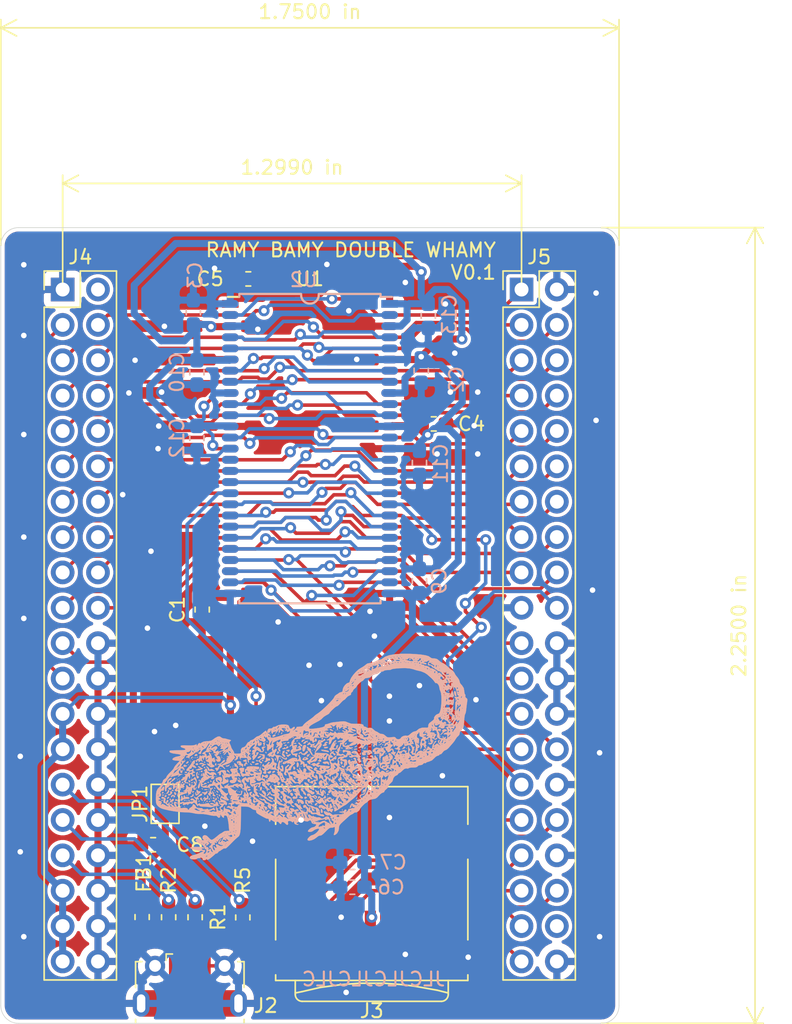
<source format=kicad_pcb>
(kicad_pcb (version 20171130) (host pcbnew 5.1.5)
  (layers (0 F.Cu signal hide) (31 B.Cu signal hide) (34 B.Paste user) (35 F.Paste user) (36 B.SilkS user) (37 F.SilkS user) (38 B.Mask user) (39 F.Mask user) (44 Edge.Cuts user))
  (net 0 "")
  (net 1 GND)
  (net 2 +3V3)
  (net 3 "Net-(C8-Pad1)")
  (net 4 "Net-(FB1-Pad2)")
  (net 5 USB_PU)
  (net 6 "Net-(J2-Pad4)")
  (net 7 "Net-(J2-Pad2)")
  (net 8 SDCARD_DAT2)
  (net 9 SDCARD_DAT3)
  (net 10 SDCARD_CMD)
  (net 11 SDCARD_CLK)
  (net 12 SDCARD_DAT0)
  (net 13 SDCARD_DAT1)
  (net 14 SDRAM_A3)
  (net 15 SDRAM_A2)
  (net 16 SDRAM_A1)
  (net 17 +2V5)
  (net 18 +5V)
  (net 19 SDRAM_DQML)
  (net 20 SDRAM_A0)
  (net 21 SDRAM_D7)
  (net 22 SDRAM_A10)
  (net 23 SDRAM_D6)
  (net 24 SDRAM_BA1)
  (net 25 SDRAM_D5)
  (net 26 SDRAM_BA0)
  (net 27 SDRAM_D4)
  (net 28 SDRAM_nCS)
  (net 29 SDRAM_D3)
  (net 30 SDRAM_nRAS)
  (net 31 SDRAM_D2)
  (net 32 SDRAM_nCAS)
  (net 33 SDRAM_D1)
  (net 34 SDRAM_nWE)
  (net 35 SDRAM_D0)
  (net 36 "Net-(J4-Pad2)")
  (net 37 SDRAM_A4)
  (net 38 /versa/CARDSEL)
  (net 39 SDRAM_A5)
  (net 40 SDRAM_A6)
  (net 41 SDRAM_A7)
  (net 42 SDRAM_A8)
  (net 43 SDRAM_A9)
  (net 44 USB_DM)
  (net 45 SDRAM_A11)
  (net 46 SDRAM_A12)
  (net 47 SDRAM_CKE)
  (net 48 SDRAM_CLK)
  (net 49 USB_DP)
  (net 50 SDRAM_DQMH)
  (net 51 SDRAM_D15)
  (net 52 SDRAM_D14)
  (net 53 SDRAM_D13)
  (net 54 SDRAM_D12)
  (net 55 SDRAM_D11)
  (net 56 SDRAM_D10)
  (net 57 SDRAM_D9)
  (net 58 SDRAM_D8)
  (net 59 "Net-(J2-Pad3)")
  (net 60 SDRAM2_CKE)
  (net 61 SDRAM2_nCS)
  (module browny:browny (layer B.Cu) (at 88.519 97.155 270)
    (fp_text reference G*** hide)
    (fp_text value LOGO hide)
  )
  (module thing:TSOP54 (layer B.Cu) (at 87.63 74.93 180)
    (fp_text reference U2 (at 0.4445 12.1285) (layer B.SilkS) (effects (justify mirror)))
    (fp_text value MT48LC16M16A2TG hide)
    (pad 28 smd oval (at 5.73 -10.4 180) (size 1.2 0.56) (layers B.Cu B.Paste B.Mask) (net 1 GND))
    (pad 1 smd rect (at -5.73 10.4 180) (size 1.2 0.56) (layers B.Cu B.Paste B.Mask) (net 2 +3V3))
    (pad 2 smd oval (at -5.73 9.6 180) (size 1.2 0.56) (layers B.Cu B.Paste B.Mask) (net 35 SDRAM_D0))
    (pad 3 smd oval (at -5.73 8.8 180) (size 1.2 0.56) (layers B.Cu B.Paste B.Mask) (net 2 +3V3))
    (pad 4 smd oval (at -5.73 8 180) (size 1.2 0.56) (layers B.Cu B.Paste B.Mask) (net 33 SDRAM_D1))
    (pad 5 smd oval (at -5.73 7.2 180) (size 1.2 0.56) (layers B.Cu B.Paste B.Mask) (net 31 SDRAM_D2))
    (pad 6 smd oval (at -5.73 6.4 180) (size 1.2 0.56) (layers B.Cu B.Paste B.Mask) (net 1 GND))
    (pad 7 smd oval (at -5.73 5.6 180) (size 1.2 0.56) (layers B.Cu B.Paste B.Mask) (net 29 SDRAM_D3))
    (pad 8 smd oval (at -5.73 4.8 180) (size 1.2 0.56) (layers B.Cu B.Paste B.Mask) (net 27 SDRAM_D4))
    (pad 9 smd oval (at -5.73 4 180) (size 1.2 0.56) (layers B.Cu B.Paste B.Mask) (net 2 +3V3))
    (pad 10 smd oval (at -5.73 3.2 180) (size 1.2 0.56) (layers B.Cu B.Paste B.Mask) (net 25 SDRAM_D5))
    (pad 11 smd oval (at -5.73 2.4 180) (size 1.2 0.56) (layers B.Cu B.Paste B.Mask) (net 23 SDRAM_D6))
    (pad 12 smd oval (at -5.73 1.6 180) (size 1.2 0.56) (layers B.Cu B.Paste B.Mask) (net 1 GND))
    (pad 13 smd oval (at -5.73 0.8 180) (size 1.2 0.56) (layers B.Cu B.Paste B.Mask) (net 21 SDRAM_D7))
    (pad 14 smd oval (at -5.73 0 180) (size 1.2 0.56) (layers B.Cu B.Paste B.Mask) (net 2 +3V3))
    (pad 15 smd oval (at -5.73 -0.8 180) (size 1.2 0.56) (layers B.Cu B.Paste B.Mask) (net 19 SDRAM_DQML))
    (pad 16 smd oval (at -5.73 -1.6 180) (size 1.2 0.56) (layers B.Cu B.Paste B.Mask) (net 34 SDRAM_nWE))
    (pad 17 smd oval (at -5.73 -2.4 180) (size 1.2 0.56) (layers B.Cu B.Paste B.Mask) (net 32 SDRAM_nCAS))
    (pad 18 smd oval (at -5.73 -3.2 180) (size 1.2 0.56) (layers B.Cu B.Paste B.Mask) (net 30 SDRAM_nRAS))
    (pad 19 smd oval (at -5.73 -4 180) (size 1.2 0.56) (layers B.Cu B.Paste B.Mask) (net 61 SDRAM2_nCS))
    (pad 20 smd oval (at -5.73 -4.8 180) (size 1.2 0.56) (layers B.Cu B.Paste B.Mask) (net 26 SDRAM_BA0))
    (pad 21 smd oval (at -5.73 -5.6 180) (size 1.2 0.56) (layers B.Cu B.Paste B.Mask) (net 24 SDRAM_BA1))
    (pad 22 smd oval (at -5.73 -6.4 180) (size 1.2 0.56) (layers B.Cu B.Paste B.Mask) (net 22 SDRAM_A10))
    (pad 23 smd oval (at -5.73 -7.2 180) (size 1.2 0.56) (layers B.Cu B.Paste B.Mask) (net 20 SDRAM_A0))
    (pad 24 smd oval (at -5.73 -8 180) (size 1.2 0.56) (layers B.Cu B.Paste B.Mask) (net 16 SDRAM_A1))
    (pad 25 smd oval (at -5.73 -8.8 180) (size 1.2 0.56) (layers B.Cu B.Paste B.Mask) (net 15 SDRAM_A2))
    (pad 26 smd oval (at -5.73 -9.6 180) (size 1.2 0.56) (layers B.Cu B.Paste B.Mask) (net 14 SDRAM_A3))
    (pad 27 smd oval (at -5.73 -10.4 180) (size 1.2 0.56) (layers B.Cu B.Paste B.Mask) (net 2 +3V3))
    (pad 29 smd oval (at 5.73 -9.6 180) (size 1.2 0.56) (layers B.Cu B.Paste B.Mask) (net 37 SDRAM_A4))
    (pad 30 smd oval (at 5.73 -8.8 180) (size 1.2 0.56) (layers B.Cu B.Paste B.Mask) (net 39 SDRAM_A5))
    (pad 31 smd oval (at 5.73 -8 180) (size 1.2 0.56) (layers B.Cu B.Paste B.Mask) (net 40 SDRAM_A6))
    (pad 32 smd oval (at 5.73 -7.2 180) (size 1.2 0.56) (layers B.Cu B.Paste B.Mask) (net 41 SDRAM_A7))
    (pad 33 smd oval (at 5.73 -6.4 180) (size 1.2 0.56) (layers B.Cu B.Paste B.Mask) (net 42 SDRAM_A8))
    (pad 34 smd oval (at 5.73 -5.6 180) (size 1.2 0.56) (layers B.Cu B.Paste B.Mask) (net 43 SDRAM_A9))
    (pad 35 smd oval (at 5.73 -4.8 180) (size 1.2 0.56) (layers B.Cu B.Paste B.Mask) (net 45 SDRAM_A11))
    (pad 36 smd oval (at 5.73 -4 180) (size 1.2 0.56) (layers B.Cu B.Paste B.Mask) (net 46 SDRAM_A12))
    (pad 37 smd oval (at 5.73 -3.2 180) (size 1.2 0.56) (layers B.Cu B.Paste B.Mask) (net 60 SDRAM2_CKE))
    (pad 38 smd oval (at 5.73 -2.4 180) (size 1.2 0.56) (layers B.Cu B.Paste B.Mask) (net 48 SDRAM_CLK))
    (pad 39 smd oval (at 5.73 -1.6 180) (size 1.2 0.56) (layers B.Cu B.Paste B.Mask) (net 50 SDRAM_DQMH))
    (pad 40 smd oval (at 5.73 -0.8 180) (size 1.2 0.56) (layers B.Cu B.Paste B.Mask))
    (pad 41 smd oval (at 5.73 0 180) (size 1.2 0.56) (layers B.Cu B.Paste B.Mask) (net 1 GND))
    (pad 42 smd oval (at 5.73 0.8 180) (size 1.2 0.56) (layers B.Cu B.Paste B.Mask) (net 58 SDRAM_D8))
    (pad 43 smd oval (at 5.73 1.6 180) (size 1.2 0.56) (layers B.Cu B.Paste B.Mask) (net 2 +3V3))
    (pad 44 smd oval (at 5.73 2.4 180) (size 1.2 0.56) (layers B.Cu B.Paste B.Mask) (net 57 SDRAM_D9))
    (pad 45 smd oval (at 5.73 3.2 180) (size 1.2 0.56) (layers B.Cu B.Paste B.Mask) (net 56 SDRAM_D10))
    (pad 46 smd oval (at 5.73 4 180) (size 1.2 0.56) (layers B.Cu B.Paste B.Mask) (net 1 GND))
    (pad 47 smd oval (at 5.73 4.8 180) (size 1.2 0.56) (layers B.Cu B.Paste B.Mask) (net 55 SDRAM_D11))
    (pad 48 smd oval (at 5.73 5.6 180) (size 1.2 0.56) (layers B.Cu B.Paste B.Mask) (net 54 SDRAM_D12))
    (pad 49 smd oval (at 5.73 6.4 180) (size 1.2 0.56) (layers B.Cu B.Paste B.Mask) (net 2 +3V3))
    (pad 50 smd oval (at 5.73 7.2 180) (size 1.2 0.56) (layers B.Cu B.Paste B.Mask) (net 53 SDRAM_D13))
    (pad 51 smd oval (at 5.73 8 180) (size 1.2 0.56) (layers B.Cu B.Paste B.Mask) (net 52 SDRAM_D14))
    (pad 52 smd oval (at 5.73 8.8 180) (size 1.2 0.56) (layers B.Cu B.Paste B.Mask) (net 1 GND))
    (pad 53 smd oval (at 5.73 9.6 180) (size 1.2 0.56) (layers B.Cu B.Paste B.Mask) (net 51 SDRAM_D15))
    (pad 54 smd oval (at 5.73 10.4 180) (size 1.2 0.56) (layers B.Cu B.Paste B.Mask) (net 1 GND))
  )
  (module Capacitor_SMD:C_0603_1608Metric_Pad1.05x0.95mm_HandSolder (layer B.Cu) (at 96.139 65.391 270)
    (fp_text reference C13 (at -0.113 -1.524 90) (layer B.SilkS) (effects (justify mirror)))
    (fp_text value 2.2uF)
    (pad 2 smd roundrect (at 0.875 0 270) (size 1.05 0.95) (layers B.Cu B.Paste B.Mask) (net 1 GND))
    (pad 1 smd roundrect (at -0.875 0 270) (size 1.05 0.95) (layers B.Cu B.Paste B.Mask) (net 2 +3V3))
  )
  (module Capacitor_SMD:C_0603_1608Metric_Pad1.05x0.95mm_HandSolder (layer B.Cu) (at 79.502 74.168 270)
    (fp_text reference C12 (at 0 1.43 90) (layer B.SilkS) (effects (justify mirror)))
    (fp_text value 22nF)
    (pad 2 smd roundrect (at 0.875 0 270) (size 1.05 0.95) (layers B.Cu B.Paste B.Mask) (net 1 GND))
    (pad 1 smd roundrect (at -0.875 0 270) (size 1.05 0.95) (layers B.Cu B.Paste B.Mask) (net 2 +3V3))
  )
  (module Capacitor_SMD:C_0603_1608Metric_Pad1.05x0.95mm_HandSolder (layer B.Cu) (at 95.504 75.946 270)
    (fp_text reference C11 (at 0.0635 -1.524 270) (layer B.SilkS) (effects (justify mirror)))
    (fp_text value 22nF)
    (pad 2 smd roundrect (at 0.875 0 270) (size 1.05 0.95) (layers B.Cu B.Paste B.Mask) (net 1 GND))
    (pad 1 smd roundrect (at -0.875 0 270) (size 1.05 0.95) (layers B.Cu B.Paste B.Mask) (net 2 +3V3))
  )
  (module Capacitor_SMD:C_0603_1608Metric_Pad1.05x0.95mm_HandSolder (layer B.Cu) (at 79.502 69.455 270)
    (fp_text reference C10 (at 0 1.43 90) (layer B.SilkS) (effects (justify mirror)))
    (fp_text value 22nF)
    (pad 2 smd roundrect (at 0.875 0 270) (size 1.05 0.95) (layers B.Cu B.Paste B.Mask) (net 1 GND))
    (pad 1 smd roundrect (at -0.875 0 270) (size 1.05 0.95) (layers B.Cu B.Paste B.Mask) (net 2 +3V3))
  )
  (module Capacitor_SMD:C_0603_1608Metric_Pad1.05x0.95mm_HandSolder (layer B.Cu) (at 95.504 84.441 90)
    (fp_text reference C9 (at 0 1.43 270) (layer B.SilkS) (effects (justify mirror)))
    (fp_text value 22nF)
    (pad 2 smd roundrect (at 0.875 0 90) (size 1.05 0.95) (layers B.Cu B.Paste B.Mask) (net 1 GND))
    (pad 1 smd roundrect (at -0.875 0 90) (size 1.05 0.95) (layers B.Cu B.Paste B.Mask) (net 2 +3V3))
  )
  (module Resistor_SMD:R_0603_1608Metric_Pad1.05x0.95mm_HandSolder (layer F.Cu) (at 82.804 108.599 270)
    (fp_text reference R5 (at -2.667 0 90) (layer F.SilkS))
    (fp_text value 1.8k)
    (pad 2 smd roundrect (at 0.875 0 270) (size 1.05 0.95) (layers F.Cu F.Paste F.Mask) (net 59 "Net-(J2-Pad3)"))
    (pad 1 smd roundrect (at -0.875 0 270) (size 1.05 0.95) (layers F.Cu F.Paste F.Mask) (net 5 USB_PU))
  )
  (module thing:TSOP54 (layer F.Cu) (at 87.63 74.93)
    (fp_text reference U1 (at 0 -12.192 180) (layer F.SilkS))
    (fp_text value MT48LC16M16A2TG hide)
    (pad 28 smd oval (at 5.73 10.4) (size 1.2 0.56) (layers F.Cu F.Paste F.Mask) (net 1 GND))
    (pad 1 smd rect (at -5.73 -10.4) (size 1.2 0.56) (layers F.Cu F.Paste F.Mask) (net 2 +3V3))
    (pad 2 smd oval (at -5.73 -9.6) (size 1.2 0.56) (layers F.Cu F.Paste F.Mask) (net 35 SDRAM_D0))
    (pad 3 smd oval (at -5.73 -8.8) (size 1.2 0.56) (layers F.Cu F.Paste F.Mask) (net 2 +3V3))
    (pad 4 smd oval (at -5.73 -8) (size 1.2 0.56) (layers F.Cu F.Paste F.Mask) (net 33 SDRAM_D1))
    (pad 5 smd oval (at -5.73 -7.2) (size 1.2 0.56) (layers F.Cu F.Paste F.Mask) (net 31 SDRAM_D2))
    (pad 6 smd oval (at -5.73 -6.4) (size 1.2 0.56) (layers F.Cu F.Paste F.Mask) (net 1 GND))
    (pad 7 smd oval (at -5.73 -5.6) (size 1.2 0.56) (layers F.Cu F.Paste F.Mask) (net 29 SDRAM_D3))
    (pad 8 smd oval (at -5.73 -4.8) (size 1.2 0.56) (layers F.Cu F.Paste F.Mask) (net 27 SDRAM_D4))
    (pad 9 smd oval (at -5.73 -4) (size 1.2 0.56) (layers F.Cu F.Paste F.Mask) (net 2 +3V3))
    (pad 10 smd oval (at -5.73 -3.2) (size 1.2 0.56) (layers F.Cu F.Paste F.Mask) (net 25 SDRAM_D5))
    (pad 11 smd oval (at -5.73 -2.4) (size 1.2 0.56) (layers F.Cu F.Paste F.Mask) (net 23 SDRAM_D6))
    (pad 12 smd oval (at -5.73 -1.6) (size 1.2 0.56) (layers F.Cu F.Paste F.Mask) (net 1 GND))
    (pad 13 smd oval (at -5.73 -0.8) (size 1.2 0.56) (layers F.Cu F.Paste F.Mask) (net 21 SDRAM_D7))
    (pad 14 smd oval (at -5.73 0) (size 1.2 0.56) (layers F.Cu F.Paste F.Mask) (net 2 +3V3))
    (pad 15 smd oval (at -5.73 0.8) (size 1.2 0.56) (layers F.Cu F.Paste F.Mask) (net 19 SDRAM_DQML))
    (pad 16 smd oval (at -5.73 1.6) (size 1.2 0.56) (layers F.Cu F.Paste F.Mask) (net 34 SDRAM_nWE))
    (pad 17 smd oval (at -5.73 2.4) (size 1.2 0.56) (layers F.Cu F.Paste F.Mask) (net 32 SDRAM_nCAS))
    (pad 18 smd oval (at -5.73 3.2) (size 1.2 0.56) (layers F.Cu F.Paste F.Mask) (net 30 SDRAM_nRAS))
    (pad 19 smd oval (at -5.73 4) (size 1.2 0.56) (layers F.Cu F.Paste F.Mask) (net 28 SDRAM_nCS))
    (pad 20 smd oval (at -5.73 4.8) (size 1.2 0.56) (layers F.Cu F.Paste F.Mask) (net 26 SDRAM_BA0))
    (pad 21 smd oval (at -5.73 5.6) (size 1.2 0.56) (layers F.Cu F.Paste F.Mask) (net 24 SDRAM_BA1))
    (pad 22 smd oval (at -5.73 6.4) (size 1.2 0.56) (layers F.Cu F.Paste F.Mask) (net 22 SDRAM_A10))
    (pad 23 smd oval (at -5.73 7.2) (size 1.2 0.56) (layers F.Cu F.Paste F.Mask) (net 20 SDRAM_A0))
    (pad 24 smd oval (at -5.73 8) (size 1.2 0.56) (layers F.Cu F.Paste F.Mask) (net 16 SDRAM_A1))
    (pad 25 smd oval (at -5.73 8.8) (size 1.2 0.56) (layers F.Cu F.Paste F.Mask) (net 15 SDRAM_A2))
    (pad 26 smd oval (at -5.73 9.6) (size 1.2 0.56) (layers F.Cu F.Paste F.Mask) (net 14 SDRAM_A3))
    (pad 27 smd oval (at -5.73 10.4) (size 1.2 0.56) (layers F.Cu F.Paste F.Mask) (net 2 +3V3))
    (pad 29 smd oval (at 5.73 9.6) (size 1.2 0.56) (layers F.Cu F.Paste F.Mask) (net 37 SDRAM_A4))
    (pad 30 smd oval (at 5.73 8.8) (size 1.2 0.56) (layers F.Cu F.Paste F.Mask) (net 39 SDRAM_A5))
    (pad 31 smd oval (at 5.73 8) (size 1.2 0.56) (layers F.Cu F.Paste F.Mask) (net 40 SDRAM_A6))
    (pad 32 smd oval (at 5.73 7.2) (size 1.2 0.56) (layers F.Cu F.Paste F.Mask) (net 41 SDRAM_A7))
    (pad 33 smd oval (at 5.73 6.4) (size 1.2 0.56) (layers F.Cu F.Paste F.Mask) (net 42 SDRAM_A8))
    (pad 34 smd oval (at 5.73 5.6) (size 1.2 0.56) (layers F.Cu F.Paste F.Mask) (net 43 SDRAM_A9))
    (pad 35 smd oval (at 5.73 4.8) (size 1.2 0.56) (layers F.Cu F.Paste F.Mask) (net 45 SDRAM_A11))
    (pad 36 smd oval (at 5.73 4) (size 1.2 0.56) (layers F.Cu F.Paste F.Mask) (net 46 SDRAM_A12))
    (pad 37 smd oval (at 5.73 3.2) (size 1.2 0.56) (layers F.Cu F.Paste F.Mask) (net 47 SDRAM_CKE))
    (pad 38 smd oval (at 5.73 2.4) (size 1.2 0.56) (layers F.Cu F.Paste F.Mask) (net 48 SDRAM_CLK))
    (pad 39 smd oval (at 5.73 1.6) (size 1.2 0.56) (layers F.Cu F.Paste F.Mask) (net 50 SDRAM_DQMH))
    (pad 40 smd oval (at 5.73 0.8) (size 1.2 0.56) (layers F.Cu F.Paste F.Mask))
    (pad 41 smd oval (at 5.73 0) (size 1.2 0.56) (layers F.Cu F.Paste F.Mask) (net 1 GND))
    (pad 42 smd oval (at 5.73 -0.8) (size 1.2 0.56) (layers F.Cu F.Paste F.Mask) (net 58 SDRAM_D8))
    (pad 43 smd oval (at 5.73 -1.6) (size 1.2 0.56) (layers F.Cu F.Paste F.Mask) (net 2 +3V3))
    (pad 44 smd oval (at 5.73 -2.4) (size 1.2 0.56) (layers F.Cu F.Paste F.Mask) (net 57 SDRAM_D9))
    (pad 45 smd oval (at 5.73 -3.2) (size 1.2 0.56) (layers F.Cu F.Paste F.Mask) (net 56 SDRAM_D10))
    (pad 46 smd oval (at 5.73 -4) (size 1.2 0.56) (layers F.Cu F.Paste F.Mask) (net 1 GND))
    (pad 47 smd oval (at 5.73 -4.8) (size 1.2 0.56) (layers F.Cu F.Paste F.Mask) (net 55 SDRAM_D11))
    (pad 48 smd oval (at 5.73 -5.6) (size 1.2 0.56) (layers F.Cu F.Paste F.Mask) (net 54 SDRAM_D12))
    (pad 49 smd oval (at 5.73 -6.4) (size 1.2 0.56) (layers F.Cu F.Paste F.Mask) (net 2 +3V3))
    (pad 50 smd oval (at 5.73 -7.2) (size 1.2 0.56) (layers F.Cu F.Paste F.Mask) (net 53 SDRAM_D13))
    (pad 51 smd oval (at 5.73 -8) (size 1.2 0.56) (layers F.Cu F.Paste F.Mask) (net 52 SDRAM_D14))
    (pad 52 smd oval (at 5.73 -8.8) (size 1.2 0.56) (layers F.Cu F.Paste F.Mask) (net 1 GND))
    (pad 53 smd oval (at 5.73 -9.6) (size 1.2 0.56) (layers F.Cu F.Paste F.Mask) (net 51 SDRAM_D15))
    (pad 54 smd oval (at 5.73 -10.4) (size 1.2 0.56) (layers F.Cu F.Paste F.Mask) (net 1 GND))
  )
  (module Resistor_SMD:R_0603_1608Metric_Pad1.05x0.95mm_HandSolder (layer F.Cu) (at 77.47 108.585 270)
    (fp_text reference R2 (at -2.667 0 90) (layer F.SilkS))
    (fp_text value 68)
    (pad 2 smd roundrect (at 0.875 0 270) (size 1.05 0.95) (layers F.Cu F.Paste F.Mask) (net 7 "Net-(J2-Pad2)"))
    (pad 1 smd roundrect (at -0.875 0 270) (size 1.05 0.95) (layers F.Cu F.Paste F.Mask) (net 44 USB_DM))
  )
  (module Resistor_SMD:R_0603_1608Metric_Pad1.05x0.95mm_HandSolder (layer F.Cu) (at 79.375 108.585 270)
    (fp_text reference R1 (at 0 -1.651 90) (layer F.SilkS))
    (fp_text value 68)
    (pad 2 smd roundrect (at 0.875 0 270) (size 1.05 0.95) (layers F.Cu F.Paste F.Mask) (net 59 "Net-(J2-Pad3)"))
    (pad 1 smd roundrect (at -0.875 0 270) (size 1.05 0.95) (layers F.Cu F.Paste F.Mask) (net 49 USB_DP))
  )
  (module Jumper:SolderJumper-2_P1.3mm_Open_Pad1.0x1.5mm (layer F.Cu) (at 77.216 100.442 90)
    (fp_text reference JP1 (at 0 -1.8 90) (layer F.SilkS))
    (fp_text value Jumper_NO_Small)
    (pad 1 smd rect (at -0.65 0 90) (size 1 1.5) (layers F.Cu F.Mask) (net 3 "Net-(C8-Pad1)"))
    (pad 2 smd rect (at 0.65 0 90) (size 1 1.5) (layers F.Cu F.Mask) (net 18 +5V))
  )
  (module Connector_PinHeader_2.54mm:PinHeader_2x20_P2.54mm_Vertical (layer F.Cu) (at 102.8446 63.5)
    (fp_text reference J5 (at 1.27 -2.33) (layer F.SilkS))
    (fp_text value Conn_02x20_Odd_Even)
    (pad 40 thru_hole oval (at 2.54 48.26) (size 1.7 1.7) (drill 1) (layers *.Cu *.Mask) (net 1 GND))
    (pad 39 thru_hole oval (at 0 48.26) (size 1.7 1.7) (drill 1) (layers *.Cu *.Mask) (net 8 SDCARD_DAT2))
    (pad 38 thru_hole oval (at 2.54 45.72) (size 1.7 1.7) (drill 1) (layers *.Cu *.Mask) (net 38 /versa/CARDSEL))
    (pad 37 thru_hole oval (at 0 45.72) (size 1.7 1.7) (drill 1) (layers *.Cu *.Mask) (net 9 SDCARD_DAT3))
    (pad 36 thru_hole oval (at 2.54 43.18) (size 1.7 1.7) (drill 1) (layers *.Cu *.Mask) (net 10 SDCARD_CMD))
    (pad 35 thru_hole oval (at 0 43.18) (size 1.7 1.7) (drill 1) (layers *.Cu *.Mask) (net 11 SDCARD_CLK))
    (pad 34 thru_hole oval (at 2.54 40.64) (size 1.7 1.7) (drill 1) (layers *.Cu *.Mask) (net 1 GND))
    (pad 33 thru_hole oval (at 0 40.64) (size 1.7 1.7) (drill 1) (layers *.Cu *.Mask) (net 12 SDCARD_DAT0))
    (pad 32 thru_hole oval (at 2.54 38.1) (size 1.7 1.7) (drill 1) (layers *.Cu *.Mask) (net 13 SDCARD_DAT1))
    (pad 31 thru_hole oval (at 0 38.1) (size 1.7 1.7) (drill 1) (layers *.Cu *.Mask) (net 60 SDRAM2_CKE))
    (pad 30 thru_hole oval (at 2.54 35.56) (size 1.7 1.7) (drill 1) (layers *.Cu *.Mask) (net 1 GND))
    (pad 29 thru_hole oval (at 0 35.56) (size 1.7 1.7) (drill 1) (layers *.Cu *.Mask) (net 61 SDRAM2_nCS))
    (pad 28 thru_hole oval (at 2.54 33.02) (size 1.7 1.7) (drill 1) (layers *.Cu *.Mask) (net 15 SDRAM_A2))
    (pad 27 thru_hole oval (at 0 33.02) (size 1.7 1.7) (drill 1) (layers *.Cu *.Mask) (net 14 SDRAM_A3))
    (pad 26 thru_hole oval (at 2.54 30.48) (size 1.7 1.7) (drill 1) (layers *.Cu *.Mask) (net 1 GND))
    (pad 25 thru_hole oval (at 0 30.48) (size 1.7 1.7) (drill 1) (layers *.Cu *.Mask) (net 16 SDRAM_A1))
    (pad 24 thru_hole oval (at 2.54 27.94) (size 1.7 1.7) (drill 1) (layers *.Cu *.Mask) (net 1 GND))
    (pad 23 thru_hole oval (at 0 27.94) (size 1.7 1.7) (drill 1) (layers *.Cu *.Mask) (net 37 SDRAM_A4))
    (pad 22 thru_hole oval (at 2.54 25.4) (size 1.7 1.7) (drill 1) (layers *.Cu *.Mask) (net 1 GND))
    (pad 21 thru_hole oval (at 0 25.4) (size 1.7 1.7) (drill 1) (layers *.Cu *.Mask) (net 39 SDRAM_A5))
    (pad 20 thru_hole oval (at 2.54 22.86) (size 1.7 1.7) (drill 1) (layers *.Cu *.Mask) (net 2 +3V3))
    (pad 19 thru_hole oval (at 0 22.86) (size 1.7 1.7) (drill 1) (layers *.Cu *.Mask) (net 1 GND))
    (pad 18 thru_hole oval (at 2.54 20.32) (size 1.7 1.7) (drill 1) (layers *.Cu *.Mask) (net 40 SDRAM_A6))
    (pad 17 thru_hole oval (at 0 20.32) (size 1.7 1.7) (drill 1) (layers *.Cu *.Mask) (net 41 SDRAM_A7))
    (pad 16 thru_hole oval (at 2.54 17.78) (size 1.7 1.7) (drill 1) (layers *.Cu *.Mask) (net 42 SDRAM_A8))
    (pad 15 thru_hole oval (at 0 17.78) (size 1.7 1.7) (drill 1) (layers *.Cu *.Mask) (net 43 SDRAM_A9))
    (pad 14 thru_hole oval (at 2.54 15.24) (size 1.7 1.7) (drill 1) (layers *.Cu *.Mask) (net 45 SDRAM_A11))
    (pad 13 thru_hole oval (at 0 15.24) (size 1.7 1.7) (drill 1) (layers *.Cu *.Mask) (net 46 SDRAM_A12))
    (pad 12 thru_hole oval (at 2.54 12.7) (size 1.7 1.7) (drill 1) (layers *.Cu *.Mask) (net 47 SDRAM_CKE))
    (pad 11 thru_hole oval (at 0 12.7) (size 1.7 1.7) (drill 1) (layers *.Cu *.Mask) (net 48 SDRAM_CLK))
    (pad 10 thru_hole oval (at 2.54 10.16) (size 1.7 1.7) (drill 1) (layers *.Cu *.Mask) (net 50 SDRAM_DQMH))
    (pad 9 thru_hole oval (at 0 10.16) (size 1.7 1.7) (drill 1) (layers *.Cu *.Mask) (net 58 SDRAM_D8))
    (pad 8 thru_hole oval (at 2.54 7.62) (size 1.7 1.7) (drill 1) (layers *.Cu *.Mask) (net 57 SDRAM_D9))
    (pad 7 thru_hole oval (at 0 7.62) (size 1.7 1.7) (drill 1) (layers *.Cu *.Mask) (net 56 SDRAM_D10))
    (pad 6 thru_hole oval (at 2.54 5.08) (size 1.7 1.7) (drill 1) (layers *.Cu *.Mask) (net 55 SDRAM_D11))
    (pad 5 thru_hole oval (at 0 5.08) (size 1.7 1.7) (drill 1) (layers *.Cu *.Mask) (net 54 SDRAM_D12))
    (pad 4 thru_hole oval (at 2.54 2.54) (size 1.7 1.7) (drill 1) (layers *.Cu *.Mask) (net 53 SDRAM_D13))
    (pad 3 thru_hole oval (at 0 2.54) (size 1.7 1.7) (drill 1) (layers *.Cu *.Mask) (net 52 SDRAM_D14))
    (pad 2 thru_hole oval (at 2.54 0) (size 1.7 1.7) (drill 1) (layers *.Cu *.Mask) (net 1 GND))
    (pad 1 thru_hole rect (at 0 0) (size 1.7 1.7) (drill 1) (layers *.Cu *.Mask) (net 51 SDRAM_D15))
  )
  (module Connector_PinHeader_2.54mm:PinHeader_2x20_P2.54mm_Vertical (layer F.Cu) (at 69.85 63.5)
    (fp_text reference J4 (at 1.27 -2.33) (layer F.SilkS))
    (fp_text value Conn_02x20_Odd_Even)
    (pad 40 thru_hole oval (at 2.54 48.26) (size 1.7 1.7) (drill 1) (layers *.Cu *.Mask) (net 1 GND))
    (pad 39 thru_hole oval (at 0 48.26) (size 1.7 1.7) (drill 1) (layers *.Cu *.Mask) (net 2 +3V3))
    (pad 38 thru_hole oval (at 2.54 45.72) (size 1.7 1.7) (drill 1) (layers *.Cu *.Mask) (net 1 GND))
    (pad 37 thru_hole oval (at 0 45.72) (size 1.7 1.7) (drill 1) (layers *.Cu *.Mask) (net 2 +3V3))
    (pad 36 thru_hole oval (at 2.54 43.18) (size 1.7 1.7) (drill 1) (layers *.Cu *.Mask) (net 1 GND))
    (pad 35 thru_hole oval (at 0 43.18) (size 1.7 1.7) (drill 1) (layers *.Cu *.Mask) (net 2 +3V3))
    (pad 34 thru_hole oval (at 2.54 40.64) (size 1.7 1.7) (drill 1) (layers *.Cu *.Mask) (net 1 GND))
    (pad 33 thru_hole oval (at 0 40.64) (size 1.7 1.7) (drill 1) (layers *.Cu *.Mask) (net 44 USB_DM))
    (pad 32 thru_hole oval (at 2.54 38.1) (size 1.7 1.7) (drill 1) (layers *.Cu *.Mask) (net 1 GND))
    (pad 31 thru_hole oval (at 0 38.1) (size 1.7 1.7) (drill 1) (layers *.Cu *.Mask) (net 49 USB_DP))
    (pad 30 thru_hole oval (at 2.54 35.56) (size 1.7 1.7) (drill 1) (layers *.Cu *.Mask) (net 1 GND))
    (pad 29 thru_hole oval (at 0 35.56) (size 1.7 1.7) (drill 1) (layers *.Cu *.Mask) (net 5 USB_PU))
    (pad 28 thru_hole oval (at 2.54 33.02) (size 1.7 1.7) (drill 1) (layers *.Cu *.Mask) (net 1 GND))
    (pad 27 thru_hole oval (at 0 33.02) (size 1.7 1.7) (drill 1) (layers *.Cu *.Mask) (net 2 +3V3))
    (pad 26 thru_hole oval (at 2.54 30.48) (size 1.7 1.7) (drill 1) (layers *.Cu *.Mask) (net 1 GND))
    (pad 25 thru_hole oval (at 0 30.48) (size 1.7 1.7) (drill 1) (layers *.Cu *.Mask) (net 2 +3V3))
    (pad 24 thru_hole oval (at 2.54 27.94) (size 1.7 1.7) (drill 1) (layers *.Cu *.Mask) (net 1 GND))
    (pad 23 thru_hole oval (at 0 27.94) (size 1.7 1.7) (drill 1) (layers *.Cu *.Mask) (net 17 +2V5))
    (pad 22 thru_hole oval (at 2.54 25.4) (size 1.7 1.7) (drill 1) (layers *.Cu *.Mask) (net 1 GND))
    (pad 21 thru_hole oval (at 0 25.4) (size 1.7 1.7) (drill 1) (layers *.Cu *.Mask) (net 18 +5V))
    (pad 20 thru_hole oval (at 2.54 22.86) (size 1.7 1.7) (drill 1) (layers *.Cu *.Mask) (net 20 SDRAM_A0))
    (pad 19 thru_hole oval (at 0 22.86) (size 1.7 1.7) (drill 1) (layers *.Cu *.Mask) (net 22 SDRAM_A10))
    (pad 18 thru_hole oval (at 2.54 20.32) (size 1.7 1.7) (drill 1) (layers *.Cu *.Mask) (net 24 SDRAM_BA1))
    (pad 17 thru_hole oval (at 0 20.32) (size 1.7 1.7) (drill 1) (layers *.Cu *.Mask) (net 26 SDRAM_BA0))
    (pad 16 thru_hole oval (at 2.54 17.78) (size 1.7 1.7) (drill 1) (layers *.Cu *.Mask) (net 28 SDRAM_nCS))
    (pad 15 thru_hole oval (at 0 17.78) (size 1.7 1.7) (drill 1) (layers *.Cu *.Mask) (net 30 SDRAM_nRAS))
    (pad 14 thru_hole oval (at 2.54 15.24) (size 1.7 1.7) (drill 1) (layers *.Cu *.Mask) (net 32 SDRAM_nCAS))
    (pad 13 thru_hole oval (at 0 15.24) (size 1.7 1.7) (drill 1) (layers *.Cu *.Mask) (net 34 SDRAM_nWE))
    (pad 12 thru_hole oval (at 2.54 12.7) (size 1.7 1.7) (drill 1) (layers *.Cu *.Mask) (net 19 SDRAM_DQML))
    (pad 11 thru_hole oval (at 0 12.7) (size 1.7 1.7) (drill 1) (layers *.Cu *.Mask) (net 21 SDRAM_D7))
    (pad 10 thru_hole oval (at 2.54 10.16) (size 1.7 1.7) (drill 1) (layers *.Cu *.Mask) (net 23 SDRAM_D6))
    (pad 9 thru_hole oval (at 0 10.16) (size 1.7 1.7) (drill 1) (layers *.Cu *.Mask) (net 25 SDRAM_D5))
    (pad 8 thru_hole oval (at 2.54 7.62) (size 1.7 1.7) (drill 1) (layers *.Cu *.Mask) (net 27 SDRAM_D4))
    (pad 7 thru_hole oval (at 0 7.62) (size 1.7 1.7) (drill 1) (layers *.Cu *.Mask) (net 29 SDRAM_D3))
    (pad 6 thru_hole oval (at 2.54 5.08) (size 1.7 1.7) (drill 1) (layers *.Cu *.Mask) (net 31 SDRAM_D2))
    (pad 5 thru_hole oval (at 0 5.08) (size 1.7 1.7) (drill 1) (layers *.Cu *.Mask) (net 33 SDRAM_D1))
    (pad 4 thru_hole oval (at 2.54 2.54) (size 1.7 1.7) (drill 1) (layers *.Cu *.Mask) (net 35 SDRAM_D0))
    (pad 3 thru_hole oval (at 0 2.54) (size 1.7 1.7) (drill 1) (layers *.Cu *.Mask) (net 17 +2V5))
    (pad 2 thru_hole oval (at 2.54 0) (size 1.7 1.7) (drill 1) (layers *.Cu *.Mask) (net 36 "Net-(J4-Pad2)"))
    (pad 1 thru_hole rect (at 0 0) (size 1.7 1.7) (drill 1) (layers *.Cu *.Mask) (net 1 GND))
  )
  (module Connector_Card:microSD_HC_Wuerth_693072010801 (layer F.Cu) (at 92.075 107.315 180)
    (fp_text reference J3 (at 0 -7.99) (layer F.SilkS))
    (fp_text value Micro_SD_Card)
    (pad 1 smd rect (at -3.2 -1.55 180) (size 0.8 1.5) (layers F.Cu F.Paste F.Mask) (net 8 SDCARD_DAT2))
    (pad 2 smd rect (at -2.1 -1.55 180) (size 0.8 1.5) (layers F.Cu F.Paste F.Mask) (net 9 SDCARD_DAT3))
    (pad 3 smd rect (at -1 -1.55 180) (size 0.8 1.5) (layers F.Cu F.Paste F.Mask) (net 10 SDCARD_CMD))
    (pad 4 smd rect (at 0.1 -1.55 180) (size 0.8 1.5) (layers F.Cu F.Paste F.Mask) (net 2 +3V3))
    (pad 5 smd rect (at 1.2 -1.55 180) (size 0.8 1.5) (layers F.Cu F.Paste F.Mask) (net 11 SDCARD_CLK))
    (pad 6 smd rect (at 2.3 -1.55 180) (size 0.8 1.5) (layers F.Cu F.Paste F.Mask) (net 1 GND))
    (pad 7 smd rect (at 3.4 -1.55 180) (size 0.8 1.5) (layers F.Cu F.Paste F.Mask) (net 12 SDCARD_DAT0))
    (pad 8 smd rect (at 4.5 -1.55 180) (size 0.8 1.5) (layers F.Cu F.Paste F.Mask) (net 13 SDCARD_DAT1))
    (pad 9 smd rect (at 6.875 4.15 180) (size 1.45 2) (layers F.Cu F.Paste F.Mask) (net 1 GND))
    (pad 9 smd rect (at -6.875 4.15 180) (size 1.45 2) (layers F.Cu F.Paste F.Mask) (net 1 GND))
    (pad 9 smd rect (at -6.875 -4.15 180) (size 1.45 2) (layers F.Cu F.Paste F.Mask) (net 1 GND))
    (pad 9 smd rect (at 6.875 -4.15 180) (size 1.45 2) (layers F.Cu F.Paste F.Mask) (net 1 GND))
  )
  (module Connector_USB:USB_Micro-B_Molex-105017-0001 (layer F.Cu) (at 78.994 113.538)
    (fp_text reference J2 (at 5.461 1.397) (layer F.SilkS))
    (fp_text value USB_OTG)
    (pad 6 smd rect (at -2.9 1.2375) (size 1.2 1.9) (layers F.Cu F.Mask) (net 1 GND))
    (pad 6 smd rect (at 2.9 1.2375) (size 1.2 1.9) (layers F.Cu F.Mask) (net 1 GND))
    (pad 6 thru_hole oval (at 3.5 1.2375) (size 1.2 1.9) (drill oval 0.6 1.3) (layers *.Cu *.Mask) (net 1 GND))
    (pad 6 thru_hole oval (at -3.5 1.2375 180) (size 1.2 1.9) (drill oval 0.6 1.3) (layers *.Cu *.Mask) (net 1 GND))
    (pad 6 smd rect (at -1 1.2375) (size 1.5 1.9) (layers F.Cu F.Paste F.Mask) (net 1 GND))
    (pad 6 thru_hole circle (at 2.5 -1.4625) (size 1.45 1.45) (drill 0.85) (layers *.Cu *.Mask) (net 1 GND))
    (pad 3 smd rect (at 0 -1.4625) (size 0.4 1.35) (layers F.Cu F.Paste F.Mask) (net 59 "Net-(J2-Pad3)"))
    (pad 4 smd rect (at 0.65 -1.4625) (size 0.4 1.35) (layers F.Cu F.Paste F.Mask) (net 6 "Net-(J2-Pad4)"))
    (pad 5 smd rect (at 1.3 -1.4625) (size 0.4 1.35) (layers F.Cu F.Paste F.Mask) (net 1 GND))
    (pad 1 smd rect (at -1.3 -1.4625) (size 0.4 1.35) (layers F.Cu F.Paste F.Mask) (net 4 "Net-(FB1-Pad2)"))
    (pad 2 smd rect (at -0.65 -1.4625) (size 0.4 1.35) (layers F.Cu F.Paste F.Mask) (net 7 "Net-(J2-Pad2)"))
    (pad 6 thru_hole circle (at -2.5 -1.4625) (size 1.45 1.45) (drill 0.85) (layers *.Cu *.Mask) (net 1 GND))
    (pad 6 smd rect (at 1 1.2375) (size 1.5 1.9) (layers F.Cu F.Paste F.Mask) (net 1 GND))
  )
  (module Inductor_SMD:L_0603_1608Metric_Pad1.05x0.95mm_HandSolder (layer F.Cu) (at 75.565 108.571 270)
    (fp_text reference FB1 (at -3.161 -0.127 90) (layer F.SilkS))
    (fp_text value Ferrite_Bead)
    (pad 2 smd roundrect (at 0.875 0 270) (size 1.05 0.95) (layers F.Cu F.Paste F.Mask) (net 4 "Net-(FB1-Pad2)"))
    (pad 1 smd roundrect (at -0.875 0 270) (size 1.05 0.95) (layers F.Cu F.Paste F.Mask) (net 3 "Net-(C8-Pad1)"))
  )
  (module Capacitor_SMD:C_0603_1608Metric_Pad1.05x0.95mm_HandSolder (layer F.Cu) (at 76.355 103.378 180)
    (fp_text reference C8 (at -2.639 0) (layer F.SilkS))
    (fp_text value 10uF)
    (pad 2 smd roundrect (at 0.875 0 180) (size 1.05 0.95) (layers F.Cu F.Paste F.Mask) (net 1 GND))
    (pad 1 smd roundrect (at -0.875 0 180) (size 1.05 0.95) (layers F.Cu F.Paste F.Mask) (net 3 "Net-(C8-Pad1)"))
  )
  (module Capacitor_SMD:C_0603_1608Metric_Pad1.05x0.95mm_HandSolder (layer B.Cu) (at 90.678 104.648 180)
    (fp_text reference C7 (at -2.935 0) (layer B.SilkS) (effects (justify mirror)))
    (fp_text value 0.1uF)
    (pad 2 smd roundrect (at 0.875 0 180) (size 1.05 0.95) (layers B.Cu B.Paste B.Mask) (net 1 GND))
    (pad 1 smd roundrect (at -0.875 0 180) (size 1.05 0.95) (layers B.Cu B.Paste B.Mask) (net 2 +3V3))
  )
  (module Capacitor_SMD:C_0603_1608Metric_Pad1.05x0.95mm_HandSolder (layer B.Cu) (at 90.678 106.426 180)
    (fp_text reference C6 (at -2.794 0) (layer B.SilkS) (effects (justify mirror)))
    (fp_text value 10uF)
    (pad 2 smd roundrect (at 0.875 0 180) (size 1.05 0.95) (layers B.Cu B.Paste B.Mask) (net 1 GND))
    (pad 1 smd roundrect (at -0.875 0 180) (size 1.05 0.95) (layers B.Cu B.Paste B.Mask) (net 2 +3V3))
  )
  (module Capacitor_SMD:C_0603_1608Metric_Pad1.05x0.95mm_HandSolder (layer F.Cu) (at 83.199 62.738)
    (fp_text reference C5 (at -2.7445 0) (layer F.SilkS))
    (fp_text value 2.2uF)
    (pad 2 smd roundrect (at 0.875 0) (size 1.05 0.95) (layers F.Cu F.Paste F.Mask) (net 1 GND))
    (pad 1 smd roundrect (at -0.875 0) (size 1.05 0.95) (layers F.Cu F.Paste F.Mask) (net 2 +3V3))
  )
  (module Capacitor_SMD:C_0603_1608Metric_Pad1.05x0.95mm_HandSolder (layer F.Cu) (at 96.534 73.152)
    (fp_text reference C4 (at 2.7165 0) (layer F.SilkS))
    (fp_text value 22nF)
    (pad 2 smd roundrect (at 0.875 0) (size 1.05 0.95) (layers F.Cu F.Paste F.Mask) (net 1 GND))
    (pad 1 smd roundrect (at -0.875 0) (size 1.05 0.95) (layers F.Cu F.Paste F.Mask) (net 2 +3V3))
  )
  (module Capacitor_SMD:C_0603_1608Metric_Pad1.05x0.95mm_HandSolder (layer B.Cu) (at 79.248 65.137 90)
    (fp_text reference C3 (at 2.653 0.127 90) (layer B.SilkS) (effects (justify mirror)))
    (fp_text value 22nF)
    (pad 2 smd roundrect (at 0.875 0 90) (size 1.05 0.95) (layers B.Cu B.Paste B.Mask) (net 1 GND))
    (pad 1 smd roundrect (at -0.875 0 90) (size 1.05 0.95) (layers B.Cu B.Paste B.Mask) (net 2 +3V3))
  )
  (module Capacitor_SMD:C_0603_1608Metric_Pad1.05x0.95mm_HandSolder (layer B.Cu) (at 95.631 69.328 270)
    (fp_text reference C2 (at 0.649 -2.54 90) (layer B.SilkS) (effects (justify mirror)))
    (fp_text value 22nF)
    (pad 2 smd roundrect (at 0.875 0 270) (size 1.05 0.95) (layers B.Cu B.Paste B.Mask) (net 1 GND))
    (pad 1 smd roundrect (at -0.875 0 270) (size 1.05 0.95) (layers B.Cu B.Paste B.Mask) (net 2 +3V3))
  )
  (module Capacitor_SMD:C_0603_1608Metric_Pad1.05x0.95mm_HandSolder (layer F.Cu) (at 79.883 86.487 270)
    (fp_text reference C1 (at 0 1.778 270) (layer F.SilkS))
    (fp_text value 22nF)
    (pad 2 smd roundrect (at 0.875 0 270) (size 1.05 0.95) (layers F.Cu F.Paste F.Mask) (net 1 GND))
    (pad 1 smd roundrect (at -0.875 0 270) (size 1.05 0.95) (layers F.Cu F.Paste F.Mask) (net 2 +3V3))
  )
  (gr_text JLCJLCJLCJLC (at 92.202 113.03) (layer B.SilkS) (effects (font (size 1 1)) (justify mirror)))
  (dimension 57.15 (width 0.12) (layer F.SilkS) (gr_text "2.2500 in" (at 120.904 87.63 270) (layer F.SilkS) (effects (font (size 1 1) (thickness 0.15)))) (feature1 (pts (xy 108.585 116.205) (xy 120.220421 116.205))) (feature2 (pts (xy 108.585 59.055) (xy 120.220421 59.055))) (crossbar (pts (xy 119.634 59.055) (xy 119.634 116.205))) (arrow1a (pts (xy 119.634 116.205) (xy 119.047579 115.078496))) (arrow1b (pts (xy 119.634 116.205) (xy 120.220421 115.078496))) (arrow2a (pts (xy 119.634 59.055) (xy 119.047579 60.181504))) (arrow2b (pts (xy 119.634 59.055) (xy 120.220421 60.181504))))
  (dimension 44.45 (width 0.12) (layer F.SilkS) (gr_text "1.7500 in" (at 87.63 43.434) (layer F.SilkS) (effects (font (size 1 1) (thickness 0.15)))) (feature1 (pts (xy 109.855 60.325) (xy 109.855 44.117579))) (feature2 (pts (xy 65.405 60.325) (xy 65.405 44.117579))) (crossbar (pts (xy 65.405 44.704) (xy 109.855 44.704))) (arrow1a (pts (xy 109.855 44.704) (xy 108.728496 45.290421))) (arrow1b (pts (xy 109.855 44.704) (xy 108.728496 44.117579))) (arrow2a (pts (xy 65.405 44.704) (xy 66.531504 45.290421))) (arrow2b (pts (xy 65.405 44.704) (xy 66.531504 44.117579))))
  (gr_text "RAMY BAMY DOUBLE WHAMY\nV0.1" (at 101.092 61.468) (layer F.SilkS) (effects (font (size 1 1)) (justify right)))
  (gr_line (start 109.855 114.935) (end 109.855 60.325) (layer Edge.Cuts) (width 0.05))
  (gr_line (start 108.585 59.055) (end 66.675 59.055) (layer Edge.Cuts) (width 0.05))
  (gr_line (start 66.675 116.205) (end 108.585 116.205) (layer Edge.Cuts) (width 0.05))
  (gr_line (start 65.405 60.325) (end 65.405 114.935) (layer Edge.Cuts) (width 0.05))
  (gr_arc (start 66.675 60.325) (end 66.675 59.055) (angle -90) (layer Edge.Cuts) (width 0.05))
  (gr_arc (start 108.585 60.325) (end 109.855 60.325) (angle -90) (layer Edge.Cuts) (width 0.05))
  (gr_arc (start 108.585 114.935) (end 108.585 116.205) (angle -90) (layer Edge.Cuts) (width 0.05))
  (gr_arc (start 66.675 114.935) (end 65.405 114.935) (angle -90) (layer Edge.Cuts) (width 0.05))
  (dimension 32.9946 (width 0.12) (layer F.SilkS) (gr_text "1.2990 in" (at 86.3473 54.610001) (layer F.SilkS) (effects (font (size 1 1) (thickness 0.15)))) (feature1 (pts (xy 69.85 63.5) (xy 69.85 55.29358))) (feature2 (pts (xy 102.8446 63.5) (xy 102.8446 55.29358))) (crossbar (pts (xy 102.8446 55.880001) (xy 69.85 55.880001))) (arrow1a (pts (xy 69.85 55.880001) (xy 70.976504 55.29358))) (arrow1b (pts (xy 69.85 55.880001) (xy 70.976504 56.466422))) (arrow2a (pts (xy 102.8446 55.880001) (xy 101.718096 55.29358))) (arrow2b (pts (xy 102.8446 55.880001) (xy 101.718096 56.466422))))
  (via (at 99.0092 111.4552) (size 0.8) (drill 0.4) (layers F.Cu B.Cu) (net 1))
  (via (at 89.874998 108.585) (size 0.8) (drill 0.4) (layers F.Cu B.Cu) (net 1))
  (segment (start 89.775 108.865) (end 89.775 108.684998) (width 0.254) (layer F.Cu) (net 1))
  (segment (start 89.775 108.684998) (end 89.874998 108.585) (width 0.254) (layer F.Cu) (net 1))
  (segment (start 89.874998 106.497998) (end 89.803 106.426) (width 0.508) (layer B.Cu) (net 1))
  (segment (start 89.874998 108.585) (end 89.874998 106.497998) (width 0.508) (layer B.Cu) (net 1))
  (segment (start 89.803 106.426) (end 89.803 104.648) (width 0.508) (layer B.Cu) (net 1))
  (segment (start 94.22 85.33) (end 98.425 89.535) (width 0.254) (layer F.Cu) (net 1))
  (segment (start 93.36 85.33) (end 94.22 85.33) (width 0.254) (layer F.Cu) (net 1))
  (via (at 86.995 101.6) (size 0.8) (drill 0.4) (layers F.Cu B.Cu) (net 1))
  (via (at 97.155 98.425) (size 0.8) (drill 0.4) (layers F.Cu B.Cu) (net 1))
  (via (at 93.345 94.488) (size 0.8) (drill 0.4) (layers F.Cu B.Cu) (net 1))
  (via (at 93.345 92.71) (size 0.8) (drill 0.4) (layers F.Cu B.Cu) (net 1))
  (via (at 99.568 92.964) (size 0.8) (drill 0.4) (layers F.Cu B.Cu) (net 1))
  (via (at 95.504 91.948) (size 0.8) (drill 0.4) (layers F.Cu B.Cu) (net 1))
  (via (at 99.441 73.279) (size 0.8) (drill 0.4) (layers F.Cu B.Cu) (net 1))
  (via (at 98.044 68.072) (size 0.8) (drill 0.4) (layers F.Cu B.Cu) (net 1))
  (via (at 76.2 82.296) (size 0.8) (drill 0.4) (layers F.Cu B.Cu) (net 1))
  (via (at 74.168 78.232) (size 0.8) (drill 0.4) (layers F.Cu B.Cu) (net 1))
  (via (at 76.7588 73.3044) (size 0.8) (drill 0.4) (layers F.Cu B.Cu) (net 1))
  (via (at 76.962 70.866) (size 0.8) (drill 0.4) (layers F.Cu B.Cu) (net 1))
  (via (at 77.1652 66.1416) (size 0.8) (drill 0.4) (layers F.Cu B.Cu) (net 1))
  (via (at 76.708 74.93) (size 0.8) (drill 0.4) (layers F.Cu B.Cu) (net 1))
  (via (at 94.488 111.252) (size 0.8) (drill 0.4) (layers F.Cu B.Cu) (net 1))
  (via (at 108.458 109.982) (size 0.8) (drill 0.4) (layers F.Cu B.Cu) (net 1))
  (via (at 108.458 96.774) (size 0.8) (drill 0.4) (layers F.Cu B.Cu) (net 1))
  (via (at 107.95 85.09) (size 0.8) (drill 0.4) (layers F.Cu B.Cu) (net 1))
  (via (at 108.204 72.898) (size 0.8) (drill 0.4) (layers F.Cu B.Cu) (net 1))
  (via (at 108.204 63.754) (size 0.8) (drill 0.4) (layers F.Cu B.Cu) (net 1))
  (via (at 94.488 62.992) (size 0.8) (drill 0.4) (layers F.Cu B.Cu) (net 1))
  (via (at 80.772 61.976) (size 0.8) (drill 0.4) (layers F.Cu B.Cu) (net 1))
  (via (at 67.056 61.722) (size 0.8) (drill 0.4) (layers F.Cu B.Cu) (net 1))
  (via (at 67.056 66.802) (size 0.8) (drill 0.4) (layers F.Cu B.Cu) (net 1))
  (via (at 67.056 73.914) (size 0.8) (drill 0.4) (layers F.Cu B.Cu) (net 1))
  (via (at 67.056 81.28) (size 0.8) (drill 0.4) (layers F.Cu B.Cu) (net 1))
  (via (at 67.056 87.122) (size 0.8) (drill 0.4) (layers F.Cu B.Cu) (net 1))
  (via (at 66.802 97.028) (size 0.8) (drill 0.4) (layers F.Cu B.Cu) (net 1))
  (via (at 66.802 103.886) (size 0.8) (drill 0.4) (layers F.Cu B.Cu) (net 1))
  (via (at 67.056 109.982) (size 0.8) (drill 0.4) (layers F.Cu B.Cu) (net 1))
  (via (at 76.454 95.25) (size 0.8) (drill 0.4) (layers F.Cu B.Cu) (net 1))
  (via (at 75.946 87.8205) (size 0.8) (drill 0.4) (layers F.Cu B.Cu) (net 1))
  (segment (start 81.494 112.0755) (end 80.294 112.0755) (width 0.25) (layer F.Cu) (net 1))
  (via (at 88.8492 61.6966) (size 0.8) (drill 0.4) (layers F.Cu B.Cu) (net 1))
  (via (at 93.345 101.4222) (size 0.8) (drill 0.4) (layers F.Cu B.Cu) (net 1))
  (via (at 85.344 87.376) (size 0.8) (drill 0.4) (layers F.Cu B.Cu) (net 1))
  (via (at 96.774 75.311) (size 0.8) (drill 0.4) (layers F.Cu B.Cu) (net 1))
  (via (at 99.695 75.311) (size 0.8) (drill 0.4) (layers F.Cu B.Cu) (net 1))
  (via (at 90.9955 68.5165) (size 0.8) (drill 0.4) (layers F.Cu B.Cu) (net 1))
  (via (at 97.368054 64.539807) (size 0.8) (drill 0.4) (layers F.Cu B.Cu) (net 1))
  (segment (start 97.368054 65.511946) (end 97.368054 64.539807) (width 0.254) (layer B.Cu) (net 1))
  (segment (start 97.358247 64.53) (end 97.368054 64.539807) (width 0.254) (layer F.Cu) (net 1))
  (segment (start 96.139 66.266) (end 96.614 66.266) (width 0.254) (layer B.Cu) (net 1))
  (segment (start 93.36 64.53) (end 97.358247 64.53) (width 0.254) (layer F.Cu) (net 1))
  (segment (start 96.614 66.266) (end 97.368054 65.511946) (width 0.254) (layer B.Cu) (net 1))
  (via (at 90.424 65.024) (size 0.8) (drill 0.4) (layers F.Cu B.Cu) (net 1))
  (segment (start 91.53 66.13) (end 90.424 65.024) (width 0.254) (layer F.Cu) (net 1))
  (segment (start 93.36 66.13) (end 91.53 66.13) (width 0.254) (layer F.Cu) (net 1))
  (segment (start 92.456 62.992) (end 94.488 62.992) (width 0.254) (layer B.Cu) (net 1))
  (segment (start 90.424 65.024) (end 92.456 62.992) (width 0.254) (layer B.Cu) (net 1))
  (via (at 75.057 68.58) (size 0.8) (drill 0.4) (layers F.Cu B.Cu) (net 1))
  (via (at 91.948 86.614) (size 0.8) (drill 0.4) (layers F.Cu B.Cu) (net 1))
  (via (at 99.695 70.866) (size 0.8) (drill 0.4) (layers F.Cu B.Cu) (net 1))
  (segment (start 95.2625 73.33) (end 97.7265 70.866) (width 0.508) (layer B.Cu) (net 1))
  (via (at 97.7265 70.866) (size 0.8) (drill 0.4) (layers F.Cu B.Cu) (net 1))
  (segment (start 93.36 73.33) (end 95.2625 73.33) (width 0.508) (layer B.Cu) (net 1))
  (segment (start 79.502 70.33) (end 77.498 70.33) (width 0.508) (layer B.Cu) (net 1))
  (segment (start 77.498 70.33) (end 76.962 70.866) (width 0.508) (layer B.Cu) (net 1))
  (via (at 76.962 70.866) (size 0.8) (drill 0.4) (layers F.Cu B.Cu) (net 1))
  (via (at 74.6125 70.9295) (size 0.8) (drill 0.4) (layers F.Cu B.Cu) (net 1))
  (segment (start 77.537107 73.517022) (end 77.324485 73.3044) (width 0.254) (layer F.Cu) (net 1))
  (segment (start 77.324485 73.3044) (end 76.7588 73.3044) (width 0.254) (layer F.Cu) (net 1))
  (segment (start 81.9 74.93) (end 81.49059 74.93) (width 0.254) (layer B.Cu) (net 1))
  (segment (start 80.858978 73.517022) (end 77.537107 73.517022) (width 0.254) (layer F.Cu) (net 1))
  (segment (start 81.046 73.33) (end 80.858978 73.517022) (width 0.254) (layer F.Cu) (net 1))
  (segment (start 81.49059 74.93) (end 80.995545 75.425045) (width 0.254) (layer B.Cu) (net 1))
  (segment (start 81.9 73.33) (end 81.046 73.33) (width 0.254) (layer F.Cu) (net 1))
  (segment (start 80.995545 75.425045) (end 79.884045 75.425045) (width 0.254) (layer B.Cu) (net 1))
  (segment (start 79.884045 75.425045) (end 79.502 75.043) (width 0.254) (layer B.Cu) (net 1))
  (segment (start 89.858315 65.024) (end 90.424 65.024) (width 0.508) (layer F.Cu) (net 1))
  (segment (start 84.0105 66.04) (end 84.576185 66.04) (width 0.508) (layer F.Cu) (net 1))
  (segment (start 85.592185 65.024) (end 89.858315 65.024) (width 0.508) (layer F.Cu) (net 1))
  (segment (start 84.576185 66.04) (end 85.592185 65.024) (width 0.508) (layer F.Cu) (net 1))
  (via (at 83.8835 66.3575) (size 0.8) (drill 0.4) (layers F.Cu B.Cu) (net 1))
  (segment (start 83.656 66.13) (end 83.8835 66.3575) (width 0.508) (layer B.Cu) (net 1))
  (segment (start 81.9 66.13) (end 83.656 66.13) (width 0.508) (layer B.Cu) (net 1))
  (via (at 92.2655 88.392) (size 0.8) (drill 0.4) (layers F.Cu B.Cu) (net 1))
  (segment (start 99.568 92.964) (end 94.996 88.392) (width 0.254) (layer F.Cu) (net 1))
  (segment (start 94.996 88.392) (end 92.2655 88.392) (width 0.254) (layer F.Cu) (net 1))
  (via (at 87.5665 90.4875) (size 0.8) (drill 0.4) (layers F.Cu B.Cu) (net 1))
  (via (at 88.4555 93.0275) (size 0.8) (drill 0.4) (layers F.Cu B.Cu) (net 1))
  (via (at 89.789 90.424) (size 0.8) (drill 0.4) (layers F.Cu B.Cu) (net 1))
  (via (at 83.5025 103.124) (size 0.8) (drill 0.4) (layers F.Cu B.Cu) (net 1))
  (via (at 80.0735 102.0445) (size 0.8) (drill 0.4) (layers F.Cu B.Cu) (net 1))
  (via (at 77.978 94.8055) (size 0.8) (drill 0.4) (layers F.Cu B.Cu) (net 1))
  (via (at 90.2335 113.9825) (size 0.8) (drill 0.4) (layers F.Cu B.Cu) (net 1))
  (via (at 92.075 108.585) (size 0.8) (drill 0.4) (layers F.Cu B.Cu) (net 2))
  (segment (start 91.975 108.865) (end 91.975 108.685) (width 0.254) (layer F.Cu) (net 2))
  (segment (start 91.975 108.685) (end 92.075 108.585) (width 0.254) (layer F.Cu) (net 2))
  (segment (start 92.075 106.948) (end 91.553 106.426) (width 0.508) (layer B.Cu) (net 2))
  (segment (start 92.075 108.585) (end 92.075 106.948) (width 0.508) (layer B.Cu) (net 2))
  (segment (start 91.553 106.426) (end 91.553 104.648) (width 0.508) (layer B.Cu) (net 2))
  (segment (start 104.534601 85.510001) (end 105.3846 86.36) (width 0.254) (layer B.Cu) (net 2))
  (segment (start 104.207599 85.182999) (end 104.534601 85.510001) (width 0.254) (layer B.Cu) (net 2))
  (segment (start 100.872001 85.182999) (end 104.207599 85.182999) (width 0.254) (layer B.Cu) (net 2))
  (segment (start 100.33 85.725) (end 100.872001 85.182999) (width 0.254) (layer B.Cu) (net 2))
  (segment (start 92.075 109.150685) (end 92.075 108.585) (width 0.508) (layer F.Cu) (net 2))
  (segment (start 92.075 109.632202) (end 92.075 109.150685) (width 0.508) (layer F.Cu) (net 2))
  (segment (start 91.638201 110.069001) (end 92.075 109.632202) (width 0.508) (layer F.Cu) (net 2))
  (segment (start 86.811799 110.069001) (end 91.638201 110.069001) (width 0.508) (layer F.Cu) (net 2))
  (segment (start 81.9 105.157202) (end 86.811799 110.069001) (width 0.508) (layer F.Cu) (net 2))
  (via (at 81.915 93.345) (size 0.8) (drill 0.4) (layers F.Cu B.Cu) (net 2))
  (segment (start 81.9 93.36) (end 81.915 93.345) (width 0.254) (layer F.Cu) (net 2))
  (segment (start 81.915 93.345) (end 81.9 105.157202) (width 0.508) (layer F.Cu) (net 2))
  (segment (start 81.9 85.33) (end 81.9 93.36) (width 0.508) (layer F.Cu) (net 2))
  (segment (start 70.699999 93.130001) (end 69.85 93.98) (width 0.254) (layer B.Cu) (net 2))
  (segment (start 71.027001 92.802999) (end 70.699999 93.130001) (width 0.254) (layer B.Cu) (net 2))
  (segment (start 81.372999 92.802999) (end 71.027001 92.802999) (width 0.254) (layer B.Cu) (net 2))
  (segment (start 81.915 93.345) (end 81.372999 92.802999) (width 0.254) (layer B.Cu) (net 2))
  (segment (start 69.85 93.98) (end 69.85 96.52) (width 0.508) (layer B.Cu) (net 2))
  (segment (start 69.000001 105.830001) (end 69.85 106.68) (width 0.508) (layer B.Cu) (net 2))
  (segment (start 68.545999 105.375999) (end 69.000001 105.830001) (width 0.508) (layer B.Cu) (net 2))
  (segment (start 68.545999 97.824001) (end 68.545999 105.375999) (width 0.508) (layer B.Cu) (net 2))
  (segment (start 69.85 96.52) (end 68.545999 97.824001) (width 0.508) (layer B.Cu) (net 2))
  (segment (start 69.85 106.68) (end 69.85 109.22) (width 0.508) (layer B.Cu) (net 2))
  (segment (start 69.85 109.22) (end 69.85 111.76) (width 0.508) (layer B.Cu) (net 2))
  (segment (start 82.295 64.135) (end 81.9 64.53) (width 0.508) (layer F.Cu) (net 2))
  (segment (start 84.215 64.135) (end 82.295 64.135) (width 0.508) (layer F.Cu) (net 2))
  (segment (start 81.9 74.93) (end 82.309026 74.93) (width 0.254) (layer F.Cu) (net 2))
  (segment (start 94.214 74.93) (end 93.36 74.93) (width 0.254) (layer B.Cu) (net 2))
  (segment (start 95.25 85.316) (end 93.374 85.316) (width 0.508) (layer B.Cu) (net 2))
  (segment (start 95.363 74.93) (end 93.36 74.93) (width 0.508) (layer B.Cu) (net 2))
  (segment (start 95.504 75.071) (end 95.363 74.93) (width 0.508) (layer B.Cu) (net 2))
  (segment (start 93.374 85.316) (end 93.36 85.33) (width 0.508) (layer B.Cu) (net 2))
  (segment (start 95.504 85.316) (end 93.374 85.316) (width 0.508) (layer B.Cu) (net 2))
  (segment (start 81.85 68.58) (end 81.9 68.53) (width 0.508) (layer B.Cu) (net 2))
  (segment (start 79.502 68.58) (end 81.85 68.58) (width 0.508) (layer B.Cu) (net 2))
  (segment (start 81.863 73.293) (end 81.9 73.33) (width 0.508) (layer B.Cu) (net 2))
  (segment (start 79.502 73.293) (end 81.863 73.293) (width 0.508) (layer B.Cu) (net 2))
  (segment (start 94.158 66.13) (end 93.36 66.13) (width 0.508) (layer B.Cu) (net 2))
  (segment (start 94.158 66.13) (end 94.615 65.673) (width 0.508) (layer B.Cu) (net 2))
  (segment (start 94.468 64.53) (end 93.36 64.53) (width 0.508) (layer B.Cu) (net 2))
  (segment (start 94.615 64.677) (end 94.468 64.53) (width 0.508) (layer B.Cu) (net 2))
  (segment (start 94.615 65.673) (end 94.615 64.677) (width 0.508) (layer B.Cu) (net 2))
  (segment (start 94.776 64.516) (end 96.139 64.516) (width 0.508) (layer B.Cu) (net 2))
  (segment (start 94.615 64.677) (end 94.776 64.516) (width 0.508) (layer B.Cu) (net 2))
  (segment (start 82.324 64.106) (end 81.9 64.53) (width 0.508) (layer F.Cu) (net 2))
  (segment (start 82.324 62.738) (end 82.324 64.106) (width 0.508) (layer F.Cu) (net 2))
  (via (at 80.518 66.167) (size 0.8) (drill 0.4) (layers F.Cu B.Cu) (net 2))
  (segment (start 79.248 66.012) (end 80.363 66.012) (width 0.508) (layer B.Cu) (net 2))
  (segment (start 80.363 66.012) (end 80.518 66.167) (width 0.508) (layer B.Cu) (net 2))
  (segment (start 81.863 66.167) (end 81.9 66.13) (width 0.508) (layer F.Cu) (net 2))
  (segment (start 80.518 66.167) (end 81.863 66.167) (width 0.508) (layer F.Cu) (net 2))
  (via (at 95.631 68.326) (size 0.8) (drill 0.4) (layers F.Cu B.Cu) (net 2))
  (segment (start 95.631 68.453) (end 95.631 68.326) (width 0.508) (layer B.Cu) (net 2))
  (segment (start 95.427 68.53) (end 93.36 68.53) (width 0.508) (layer F.Cu) (net 2))
  (segment (start 95.631 68.326) (end 95.427 68.53) (width 0.508) (layer F.Cu) (net 2))
  (segment (start 95.504 74.546) (end 95.504 75.071) (width 0.508) (layer B.Cu) (net 2))
  (segment (start 96.56001 73.48999) (end 95.504 74.546) (width 0.508) (layer B.Cu) (net 2))
  (segment (start 81.618 85.612) (end 81.9 85.33) (width 0.508) (layer F.Cu) (net 2))
  (segment (start 79.883 85.612) (end 81.618 85.612) (width 0.508) (layer F.Cu) (net 2))
  (segment (start 93.538 73.152) (end 93.36 73.33) (width 0.254) (layer F.Cu) (net 2))
  (segment (start 95.659 73.152) (end 93.538 73.152) (width 0.254) (layer F.Cu) (net 2))
  (segment (start 79.502 66.266) (end 79.248 66.012) (width 0.508) (layer B.Cu) (net 2))
  (segment (start 79.502 68.58) (end 79.502 66.266) (width 0.508) (layer B.Cu) (net 2))
  (segment (start 84.215 64.135) (end 84.55401 63.79599) (width 0.508) (layer F.Cu) (net 2))
  (via (at 95.631 62.23) (size 0.8) (drill 0.4) (layers F.Cu B.Cu) (net 2))
  (segment (start 95.631 64.008) (end 96.139 64.516) (width 0.508) (layer B.Cu) (net 2))
  (segment (start 95.631 62.23) (end 95.631 64.008) (width 0.508) (layer B.Cu) (net 2))
  (segment (start 96.106 68.453) (end 95.631 68.453) (width 0.508) (layer B.Cu) (net 2))
  (segment (start 96.56001 68.90701) (end 96.106 68.453) (width 0.508) (layer B.Cu) (net 2))
  (segment (start 84.55401 63.79599) (end 86.50851 63.79599) (width 0.508) (layer F.Cu) (net 2))
  (segment (start 96.901 67.056) (end 98.552 67.056) (width 0.508) (layer F.Cu) (net 2))
  (via (at 98.552 67.056) (size 0.8) (drill 0.4) (layers F.Cu B.Cu) (net 2))
  (segment (start 95.631 68.326) (end 96.901 67.056) (width 0.508) (layer F.Cu) (net 2))
  (segment (start 96.139 63.991) (end 96.139 64.516) (width 0.508) (layer B.Cu) (net 2))
  (segment (start 96.63 63.5) (end 96.139 63.991) (width 0.508) (layer B.Cu) (net 2))
  (segment (start 98.552 64.516) (end 97.536 63.5) (width 0.508) (layer B.Cu) (net 2))
  (segment (start 97.536 63.5) (end 96.63 63.5) (width 0.508) (layer B.Cu) (net 2))
  (segment (start 98.552 67.056) (end 98.552 64.516) (width 0.508) (layer B.Cu) (net 2))
  (segment (start 96.56001 73.48999) (end 97.61999 73.48999) (width 0.508) (layer B.Cu) (net 2))
  (segment (start 97.61999 73.48999) (end 98.298 74.168) (width 0.508) (layer B.Cu) (net 2))
  (segment (start 95.979 85.316) (end 95.504 85.316) (width 0.508) (layer B.Cu) (net 2))
  (segment (start 98.298 82.997) (end 95.979 85.316) (width 0.508) (layer B.Cu) (net 2))
  (segment (start 98.298 74.168) (end 98.298 82.997) (width 0.508) (layer B.Cu) (net 2))
  (segment (start 96.647 73.533) (end 96.56001 73.48999) (width 0.508) (layer B.Cu) (net 2))
  (segment (start 96.498791 73.534302) (end 96.098792 73.934301) (width 0.508) (layer B.Cu) (net 2))
  (segment (start 94.468 70.93) (end 94.468 69.863056) (width 0.508) (layer B.Cu) (net 2))
  (segment (start 96.647 73.533) (end 96.500093 73.533) (width 0.508) (layer B.Cu) (net 2))
  (segment (start 97.031434 68.90701) (end 98.580502 70.456078) (width 0.508) (layer B.Cu) (net 2))
  (segment (start 96.56001 68.90701) (end 97.031434 68.90701) (width 0.508) (layer B.Cu) (net 2))
  (segment (start 95.966301 73.934301) (end 96.098792 73.934301) (width 0.508) (layer F.Cu) (net 2))
  (segment (start 98.580502 70.456078) (end 98.580502 71.599498) (width 0.508) (layer B.Cu) (net 2))
  (segment (start 96.500093 73.533) (end 96.498791 73.534302) (width 0.508) (layer B.Cu) (net 2))
  (segment (start 98.580502 71.599498) (end 96.647 73.533) (width 0.508) (layer B.Cu) (net 2))
  (segment (start 95.659 73.627) (end 95.966301 73.934301) (width 0.508) (layer F.Cu) (net 2))
  (segment (start 93.36 70.93) (end 94.468 70.93) (width 0.508) (layer B.Cu) (net 2))
  (segment (start 94.468 69.863056) (end 95.424046 68.90701) (width 0.508) (layer B.Cu) (net 2))
  (segment (start 95.659 73.152) (end 95.659 73.627) (width 0.508) (layer F.Cu) (net 2))
  (via (at 96.098792 73.934301) (size 0.8) (drill 0.4) (layers F.Cu B.Cu) (net 2))
  (segment (start 95.424046 68.90701) (end 96.56001 68.90701) (width 0.508) (layer B.Cu) (net 2))
  (segment (start 77.984076 68.58) (end 79.027 68.58) (width 0.508) (layer B.Cu) (net 2))
  (segment (start 79.027 68.58) (end 79.502 68.58) (width 0.508) (layer B.Cu) (net 2))
  (segment (start 79.502 73.293) (end 78.125076 73.293) (width 0.508) (layer B.Cu) (net 2))
  (segment (start 76.107998 70.456078) (end 77.984076 68.58) (width 0.508) (layer B.Cu) (net 2))
  (segment (start 76.107998 71.275922) (end 76.107998 70.456078) (width 0.508) (layer B.Cu) (net 2))
  (segment (start 78.125076 73.293) (end 76.107998 71.275922) (width 0.508) (layer B.Cu) (net 2))
  (via (at 80.01 71.882) (size 0.8) (drill 0.4) (layers F.Cu B.Cu) (net 2))
  (segment (start 80.962 70.93) (end 80.01 71.882) (width 0.254) (layer F.Cu) (net 2))
  (segment (start 81.9 70.93) (end 80.962 70.93) (width 0.254) (layer F.Cu) (net 2))
  (segment (start 80.646583 73.962583) (end 80.646583 74.698043) (width 0.254) (layer B.Cu) (net 2))
  (segment (start 81.9 74.93) (end 80.87854 74.93) (width 0.254) (layer F.Cu) (net 2))
  (segment (start 80.87854 74.93) (end 80.646583 74.698043) (width 0.254) (layer F.Cu) (net 2))
  (segment (start 79.977 73.293) (end 80.646583 73.962583) (width 0.254) (layer B.Cu) (net 2))
  (segment (start 79.502 73.293) (end 79.977 73.293) (width 0.254) (layer B.Cu) (net 2))
  (via (at 80.646583 74.698043) (size 0.8) (drill 0.4) (layers F.Cu B.Cu) (net 2))
  (segment (start 80.01 72.785) (end 79.502 73.293) (width 0.254) (layer B.Cu) (net 2))
  (segment (start 80.01 71.882) (end 80.01 72.785) (width 0.254) (layer B.Cu) (net 2))
  (segment (start 95.231001 61.830001) (end 95.631 62.23) (width 0.508) (layer F.Cu) (net 2))
  (segment (start 90.32229 61.830001) (end 95.231001 61.830001) (width 0.508) (layer F.Cu) (net 2))
  (segment (start 88.356301 63.79599) (end 90.32229 61.830001) (width 0.508) (layer F.Cu) (net 2))
  (segment (start 84.55401 63.79599) (end 88.356301 63.79599) (width 0.508) (layer F.Cu) (net 2))
  (segment (start 79.248 66.537) (end 78.602 67.183) (width 0.508) (layer B.Cu) (net 2))
  (segment (start 79.248 66.012) (end 79.248 66.537) (width 0.508) (layer B.Cu) (net 2))
  (segment (start 76.942678 67.183) (end 74.9935 65.233822) (width 0.508) (layer B.Cu) (net 2))
  (segment (start 78.602 67.183) (end 76.942678 67.183) (width 0.508) (layer B.Cu) (net 2))
  (segment (start 74.9935 65.233822) (end 74.9935 63.1825) (width 0.508) (layer B.Cu) (net 2))
  (segment (start 74.9935 63.1825) (end 77.978 60.198) (width 0.508) (layer B.Cu) (net 2))
  (segment (start 93.599 60.198) (end 95.631 62.23) (width 0.508) (layer B.Cu) (net 2))
  (segment (start 77.978 60.198) (end 93.599 60.198) (width 0.508) (layer B.Cu) (net 2))
  (segment (start 98.228424 87.884) (end 100.33 85.782424) (width 0.508) (layer B.Cu) (net 2))
  (segment (start 94.996 87.884) (end 98.228424 87.884) (width 0.508) (layer B.Cu) (net 2))
  (segment (start 100.33 85.782424) (end 100.33 85.725) (width 0.508) (layer B.Cu) (net 2))
  (segment (start 93.36 85.33) (end 94.468 85.33) (width 0.508) (layer B.Cu) (net 2))
  (segment (start 94.996 88.004922) (end 94.996 87.884) (width 0.508) (layer B.Cu) (net 2))
  (segment (start 91.553 104.648) (end 91.553 91.447922) (width 0.508) (layer B.Cu) (net 2))
  (segment (start 91.553 91.447922) (end 94.996 88.004922) (width 0.508) (layer B.Cu) (net 2))
  (segment (start 94.468 85.33) (end 94.996 85.858) (width 0.508) (layer B.Cu) (net 2))
  (segment (start 94.996 85.858) (end 94.996 87.884) (width 0.508) (layer B.Cu) (net 2))
  (segment (start 75.565 105.043) (end 77.23 103.378) (width 0.508) (layer F.Cu) (net 3))
  (segment (start 75.565 107.696) (end 75.565 105.043) (width 0.508) (layer F.Cu) (net 3))
  (segment (start 77.23 101.106) (end 77.216 101.092) (width 0.508) (layer F.Cu) (net 3))
  (segment (start 77.23 103.378) (end 77.23 101.106) (width 0.508) (layer F.Cu) (net 3))
  (segment (start 76.04 109.446) (end 75.565 109.446) (width 0.254) (layer F.Cu) (net 4))
  (segment (start 77.694 111.1) (end 76.04 109.446) (width 0.254) (layer F.Cu) (net 4))
  (segment (start 77.694 112.0755) (end 77.694 111.1) (width 0.254) (layer F.Cu) (net 4))
  (via (at 82.55 107.315) (size 0.8) (drill 0.4) (layers F.Cu B.Cu) (net 5))
  (segment (start 82.804 107.724) (end 82.804 107.569) (width 0.254) (layer F.Cu) (net 5))
  (segment (start 82.804 107.569) (end 82.55 107.315) (width 0.254) (layer F.Cu) (net 5))
  (segment (start 70.699999 99.909999) (end 69.85 99.06) (width 0.254) (layer B.Cu) (net 5))
  (segment (start 71.027001 100.237001) (end 70.699999 99.909999) (width 0.254) (layer B.Cu) (net 5))
  (segment (start 75.472001 100.237001) (end 71.027001 100.237001) (width 0.254) (layer B.Cu) (net 5))
  (segment (start 82.55 107.315) (end 75.472001 100.237001) (width 0.254) (layer B.Cu) (net 5))
  (segment (start 77.945 109.46) (end 77.47 109.46) (width 0.254) (layer F.Cu) (net 7))
  (segment (start 78.344 109.859) (end 77.945 109.46) (width 0.254) (layer F.Cu) (net 7))
  (segment (start 78.344 112.0755) (end 78.344 109.859) (width 0.254) (layer F.Cu) (net 7))
  (segment (start 99.9496 108.865) (end 102.8446 111.76) (width 0.254) (layer F.Cu) (net 8))
  (segment (start 95.275 108.865) (end 99.9496 108.865) (width 0.254) (layer F.Cu) (net 8))
  (segment (start 101.994601 108.370001) (end 102.8446 109.22) (width 0.254) (layer F.Cu) (net 9))
  (segment (start 101.412599 107.787999) (end 101.994601 108.370001) (width 0.254) (layer F.Cu) (net 9))
  (segment (start 94.248001 107.787999) (end 101.412599 107.787999) (width 0.254) (layer F.Cu) (net 9))
  (segment (start 94.175 107.861) (end 94.248001 107.787999) (width 0.254) (layer F.Cu) (net 9))
  (segment (start 94.175 108.865) (end 94.175 107.861) (width 0.254) (layer F.Cu) (net 9))
  (segment (start 93.075 107.861) (end 93.621 107.315) (width 0.254) (layer F.Cu) (net 10))
  (segment (start 93.075 108.865) (end 93.075 107.861) (width 0.254) (layer F.Cu) (net 10))
  (segment (start 104.534601 107.529999) (end 105.3846 106.68) (width 0.254) (layer F.Cu) (net 10))
  (segment (start 102.279639 107.857001) (end 104.207599 107.857001) (width 0.254) (layer F.Cu) (net 10))
  (segment (start 101.737638 107.315) (end 102.279639 107.857001) (width 0.254) (layer F.Cu) (net 10))
  (segment (start 104.207599 107.857001) (end 104.534601 107.529999) (width 0.254) (layer F.Cu) (net 10))
  (segment (start 93.621 107.315) (end 101.737638 107.315) (width 0.254) (layer F.Cu) (net 10))
  (segment (start 101.642519 106.68) (end 102.8446 106.68) (width 0.254) (layer F.Cu) (net 11))
  (segment (start 92.056 106.68) (end 101.642519 106.68) (width 0.254) (layer F.Cu) (net 11))
  (segment (start 90.875 107.861) (end 92.056 106.68) (width 0.254) (layer F.Cu) (net 11))
  (segment (start 90.875 108.865) (end 90.875 107.861) (width 0.254) (layer F.Cu) (net 11))
  (segment (start 101.994601 104.989999) (end 102.8446 104.14) (width 0.254) (layer F.Cu) (net 12))
  (segment (start 91.546001 104.989999) (end 101.994601 104.989999) (width 0.254) (layer F.Cu) (net 12))
  (segment (start 88.675 107.861) (end 91.546001 104.989999) (width 0.254) (layer F.Cu) (net 12))
  (segment (start 88.675 108.865) (end 88.675 107.861) (width 0.254) (layer F.Cu) (net 12))
  (segment (start 100.750637 104.492001) (end 102.465637 102.777001) (width 0.254) (layer F.Cu) (net 13))
  (segment (start 102.465637 102.777001) (end 104.232999 102.777001) (width 0.254) (layer F.Cu) (net 13))
  (segment (start 87.575 108.865) (end 87.575 107.861) (width 0.254) (layer F.Cu) (net 13))
  (segment (start 87.575 107.861) (end 90.943999 104.492001) (width 0.254) (layer F.Cu) (net 13))
  (segment (start 104.232999 102.751601) (end 105.3846 101.6) (width 0.254) (layer F.Cu) (net 13))
  (segment (start 104.232999 102.777001) (end 104.232999 102.751601) (width 0.254) (layer F.Cu) (net 13))
  (segment (start 90.943999 104.492001) (end 100.750637 104.492001) (width 0.254) (layer F.Cu) (net 13))
  (via (at 84.836 85.09) (size 0.8) (drill 0.4) (layers F.Cu B.Cu) (net 14))
  (segment (start 84.276 84.53) (end 84.836 85.09) (width 0.254) (layer F.Cu) (net 14))
  (segment (start 81.9 84.53) (end 84.276 84.53) (width 0.254) (layer F.Cu) (net 14))
  (segment (start 92.506 84.53) (end 93.36 84.53) (width 0.254) (layer B.Cu) (net 14))
  (segment (start 84.836 85.09) (end 86.325002 86.579002) (width 0.254) (layer B.Cu) (net 14))
  (segment (start 86.325002 86.579002) (end 90.456998 86.579002) (width 0.254) (layer B.Cu) (net 14))
  (segment (start 90.456998 86.579002) (end 92.506 84.53) (width 0.254) (layer B.Cu) (net 14))
  (segment (start 91.973487 89.905451) (end 91.973487 91.532519) (width 0.254) (layer F.Cu) (net 14))
  (segment (start 84.328902 84.53) (end 88.863915 89.065013) (width 0.254) (layer F.Cu) (net 14))
  (segment (start 91.973487 91.532519) (end 92.423967 91.982999) (width 0.254) (layer F.Cu) (net 14))
  (segment (start 98.230962 96.52) (end 101.642519 96.52) (width 0.254) (layer F.Cu) (net 14))
  (segment (start 81.9 84.53) (end 84.328902 84.53) (width 0.254) (layer F.Cu) (net 14))
  (segment (start 92.423967 91.982999) (end 93.693961 91.982999) (width 0.254) (layer F.Cu) (net 14))
  (segment (start 91.133049 89.065013) (end 91.973487 89.905451) (width 0.254) (layer F.Cu) (net 14))
  (segment (start 88.863915 89.065013) (end 91.133049 89.065013) (width 0.254) (layer F.Cu) (net 14))
  (segment (start 101.642519 96.52) (end 102.8446 96.52) (width 0.254) (layer F.Cu) (net 14))
  (segment (start 93.693961 91.982999) (end 98.230962 96.52) (width 0.254) (layer F.Cu) (net 14))
  (segment (start 92.506 83.73) (end 90.765 85.471) (width 0.254) (layer B.Cu) (net 15))
  (segment (start 93.36 83.73) (end 92.506 83.73) (width 0.254) (layer B.Cu) (net 15))
  (segment (start 82.754 83.73) (end 81.9 83.73) (width 0.254) (layer F.Cu) (net 15))
  (segment (start 90.765 85.471) (end 87.757 85.471) (width 0.254) (layer B.Cu) (net 15))
  (via (at 87.757 85.471) (size 0.8) (drill 0.4) (layers F.Cu B.Cu) (net 15))
  (segment (start 84.93297 83.73) (end 82.754 83.73) (width 0.254) (layer F.Cu) (net 15))
  (segment (start 87.757 85.471) (end 87.357001 85.870999) (width 0.254) (layer F.Cu) (net 15))
  (segment (start 87.357001 85.870999) (end 87.249 85.979) (width 0.254) (layer F.Cu) (net 15))
  (segment (start 87.249 85.979) (end 84.93297 83.73) (width 0.254) (layer F.Cu) (net 15))
  (segment (start 97.696029 95.342999) (end 93.882018 91.528988) (width 0.254) (layer F.Cu) (net 15))
  (segment (start 105.3846 96.52) (end 104.207599 95.342999) (width 0.254) (layer F.Cu) (net 15))
  (segment (start 104.207599 95.342999) (end 97.696029 95.342999) (width 0.254) (layer F.Cu) (net 15))
  (segment (start 88.776536 85.979) (end 87.249 85.979) (width 0.254) (layer F.Cu) (net 15))
  (segment (start 93.882018 91.528988) (end 93.882018 91.084482) (width 0.254) (layer F.Cu) (net 15))
  (segment (start 93.882018 91.084482) (end 88.776536 85.979) (width 0.254) (layer F.Cu) (net 15))
  (via (at 86.105 82.894968) (size 0.8) (drill 0.4) (layers F.Cu B.Cu) (net 16))
  (segment (start 86.069968 82.93) (end 86.105 82.894968) (width 0.254) (layer F.Cu) (net 16))
  (segment (start 81.9 82.93) (end 86.069968 82.93) (width 0.254) (layer F.Cu) (net 16))
  (segment (start 90.368827 83.075988) (end 90.316827 83.127988) (width 0.254) (layer B.Cu) (net 16))
  (segment (start 86.670685 82.894968) (end 86.105 82.894968) (width 0.254) (layer B.Cu) (net 16))
  (segment (start 93.36 82.93) (end 92.506 82.93) (width 0.254) (layer B.Cu) (net 16))
  (segment (start 89.414885 82.619989) (end 86.945664 82.619989) (width 0.254) (layer B.Cu) (net 16))
  (segment (start 92.360012 83.075988) (end 90.368827 83.075988) (width 0.254) (layer B.Cu) (net 16))
  (segment (start 89.922884 83.127988) (end 89.414885 82.619989) (width 0.254) (layer B.Cu) (net 16))
  (segment (start 86.945664 82.619989) (end 86.670685 82.894968) (width 0.254) (layer B.Cu) (net 16))
  (segment (start 92.506 82.93) (end 92.360012 83.075988) (width 0.254) (layer B.Cu) (net 16))
  (segment (start 90.316827 83.127988) (end 89.922884 83.127988) (width 0.254) (layer B.Cu) (net 16))
  (segment (start 86.670685 82.894968) (end 86.105 82.894968) (width 0.254) (layer F.Cu) (net 16))
  (segment (start 94.62548 86.962961) (end 92.675001 86.962961) (width 0.254) (layer F.Cu) (net 16))
  (segment (start 92.675001 86.962961) (end 92.296961 87.341001) (width 0.254) (layer F.Cu) (net 16))
  (segment (start 92.296961 87.341001) (end 91.116718 87.341001) (width 0.254) (layer F.Cu) (net 16))
  (segment (start 102.8446 93.98) (end 101.642519 93.98) (width 0.254) (layer F.Cu) (net 16))
  (segment (start 101.642519 93.98) (end 94.62548 86.962961) (width 0.254) (layer F.Cu) (net 16))
  (segment (start 91.116718 87.341001) (end 86.670685 82.894968) (width 0.254) (layer F.Cu) (net 16))
  (segment (start 67.783001 68.106999) (end 69.000001 66.889999) (width 0.254) (layer F.Cu) (net 17))
  (segment (start 67.945 71.12) (end 67.783001 68.106999) (width 0.254) (layer F.Cu) (net 17))
  (segment (start 69.85 91.44) (end 67.783001 89.373001) (width 0.254) (layer F.Cu) (net 17))
  (segment (start 66.328999 72.736001) (end 67.945 71.12) (width 0.254) (layer F.Cu) (net 17))
  (segment (start 69.000001 66.889999) (end 69.85 66.04) (width 0.254) (layer F.Cu) (net 17))
  (segment (start 67.783001 89.373001) (end 67.783001 76.673001) (width 0.254) (layer F.Cu) (net 17))
  (segment (start 66.328999 75.218999) (end 66.328999 72.736001) (width 0.254) (layer F.Cu) (net 17))
  (segment (start 67.783001 76.673001) (end 66.328999 75.218999) (width 0.254) (layer F.Cu) (net 17))
  (segment (start 77.216 98.784) (end 74.93 96.498) (width 0.508) (layer F.Cu) (net 18))
  (segment (start 77.216 99.792) (end 77.216 98.784) (width 0.508) (layer F.Cu) (net 18))
  (segment (start 74.93 96.498) (end 74.93 91.44) (width 0.508) (layer F.Cu) (net 18))
  (segment (start 74.93 91.44) (end 74.295 90.805) (width 0.508) (layer F.Cu) (net 18))
  (segment (start 70.699999 89.749999) (end 69.85 88.9) (width 0.254) (layer F.Cu) (net 18))
  (segment (start 71.212999 90.262999) (end 70.699999 89.749999) (width 0.254) (layer F.Cu) (net 18))
  (segment (start 73.752999 90.262999) (end 71.212999 90.262999) (width 0.254) (layer F.Cu) (net 18))
  (segment (start 74.295 90.805) (end 73.752999 90.262999) (width 0.254) (layer F.Cu) (net 18))
  (segment (start 72.86 75.73) (end 72.39 76.2) (width 0.254) (layer F.Cu) (net 19))
  (segment (start 81.9 75.73) (end 72.86 75.73) (width 0.254) (layer F.Cu) (net 19))
  (segment (start 85.820077 75.553843) (end 86.220076 75.153844) (width 0.254) (layer F.Cu) (net 19))
  (segment (start 85.64392 75.73) (end 85.820077 75.553843) (width 0.254) (layer F.Cu) (net 19))
  (segment (start 81.9 75.73) (end 85.64392 75.73) (width 0.254) (layer F.Cu) (net 19))
  (via (at 86.220076 75.153844) (size 0.8) (drill 0.4) (layers F.Cu B.Cu) (net 19))
  (segment (start 93.36 75.73) (end 92.12458 75.73) (width 0.254) (layer B.Cu) (net 19))
  (segment (start 86.665944 74.707976) (end 86.620075 74.753845) (width 0.254) (layer B.Cu) (net 19))
  (segment (start 92.12458 75.73) (end 91.337403 74.942823) (width 0.254) (layer B.Cu) (net 19))
  (segment (start 87.649741 74.707976) (end 86.665944 74.707976) (width 0.254) (layer B.Cu) (net 19))
  (segment (start 89.103826 75.088023) (end 88.029787 75.088022) (width 0.254) (layer B.Cu) (net 19))
  (segment (start 89.249026 74.942823) (end 89.103826 75.088023) (width 0.254) (layer B.Cu) (net 19))
  (segment (start 91.337403 74.942823) (end 89.249026 74.942823) (width 0.254) (layer B.Cu) (net 19))
  (segment (start 86.620075 74.753845) (end 86.220076 75.153844) (width 0.254) (layer B.Cu) (net 19))
  (segment (start 88.029787 75.088022) (end 87.649741 74.707976) (width 0.254) (layer B.Cu) (net 19))
  (segment (start 76.816 86.36) (end 73.592081 86.36) (width 0.254) (layer F.Cu) (net 20))
  (segment (start 81.046 82.13) (end 76.816 86.36) (width 0.254) (layer F.Cu) (net 20))
  (segment (start 73.592081 86.36) (end 72.39 86.36) (width 0.254) (layer F.Cu) (net 20))
  (segment (start 81.9 82.13) (end 81.046 82.13) (width 0.254) (layer F.Cu) (net 20))
  (via (at 84.448926 81.40299) (size 0.8) (drill 0.4) (layers F.Cu B.Cu) (net 20))
  (segment (start 81.9 82.13) (end 83.721916 82.13) (width 0.254) (layer F.Cu) (net 20))
  (segment (start 83.721916 82.13) (end 84.448926 81.40299) (width 0.254) (layer F.Cu) (net 20))
  (segment (start 85.014611 81.40299) (end 84.448926 81.40299) (width 0.254) (layer B.Cu) (net 20))
  (segment (start 85.240651 81.62903) (end 85.014611 81.40299) (width 0.254) (layer B.Cu) (net 20))
  (segment (start 90.528039 81.62903) (end 85.240651 81.62903) (width 0.254) (layer B.Cu) (net 20))
  (segment (start 91.029009 82.13) (end 90.528039 81.62903) (width 0.254) (layer B.Cu) (net 20))
  (segment (start 93.36 82.13) (end 91.029009 82.13) (width 0.254) (layer B.Cu) (net 20))
  (segment (start 82.893021 74.13) (end 82.912001 74.14898) (width 0.254) (layer F.Cu) (net 21))
  (via (at 83.312 74.548979) (size 0.8) (drill 0.4) (layers F.Cu B.Cu) (net 21))
  (segment (start 81.9 74.13) (end 82.893021 74.13) (width 0.254) (layer F.Cu) (net 21))
  (segment (start 82.912001 74.14898) (end 83.312 74.548979) (width 0.254) (layer F.Cu) (net 21))
  (segment (start 88.259498 74.634012) (end 87.774466 74.14898) (width 0.254) (layer B.Cu) (net 21))
  (segment (start 93.36 74.13) (end 89.419781 74.13) (width 0.254) (layer B.Cu) (net 21))
  (segment (start 83.711999 74.14898) (end 83.312 74.548979) (width 0.254) (layer B.Cu) (net 21))
  (segment (start 89.419781 74.13) (end 88.915769 74.634012) (width 0.254) (layer B.Cu) (net 21))
  (segment (start 88.915769 74.634012) (end 88.259498 74.634012) (width 0.254) (layer B.Cu) (net 21))
  (segment (start 87.774466 74.14898) (end 83.711999 74.14898) (width 0.254) (layer B.Cu) (net 21))
  (segment (start 72.768963 75.022999) (end 71.027001 75.022999) (width 0.254) (layer F.Cu) (net 21))
  (segment (start 81.9 74.13) (end 81.741033 73.971033) (width 0.254) (layer F.Cu) (net 21))
  (segment (start 79.93863 74.13) (end 73.661962 74.13) (width 0.254) (layer F.Cu) (net 21))
  (segment (start 73.661962 74.13) (end 72.768963 75.022999) (width 0.254) (layer F.Cu) (net 21))
  (segment (start 71.027001 75.022999) (end 70.699999 75.350001) (width 0.254) (layer F.Cu) (net 21))
  (segment (start 80.097599 73.971033) (end 79.93863 74.13) (width 0.254) (layer F.Cu) (net 21))
  (segment (start 81.741033 73.971033) (end 80.097599 73.971033) (width 0.254) (layer F.Cu) (net 21))
  (segment (start 70.699999 75.350001) (end 69.85 76.2) (width 0.254) (layer F.Cu) (net 21))
  (segment (start 70.699999 85.510001) (end 69.85 86.36) (width 0.254) (layer F.Cu) (net 22))
  (segment (start 71.027001 85.182999) (end 70.699999 85.510001) (width 0.254) (layer F.Cu) (net 22))
  (segment (start 77.193001 85.182999) (end 71.027001 85.182999) (width 0.254) (layer F.Cu) (net 22))
  (segment (start 81.046 81.33) (end 77.193001 85.182999) (width 0.254) (layer F.Cu) (net 22))
  (segment (start 81.9 81.33) (end 81.046 81.33) (width 0.254) (layer F.Cu) (net 22))
  (via (at 90.157145 80.90202) (size 0.8) (drill 0.4) (layers F.Cu B.Cu) (net 22))
  (segment (start 83.445952 81.33) (end 84.099964 80.675988) (width 0.254) (layer F.Cu) (net 22))
  (segment (start 91.088378 81.33) (end 90.660398 80.90202) (width 0.254) (layer B.Cu) (net 22))
  (segment (start 90.660398 80.90202) (end 90.157145 80.90202) (width 0.254) (layer B.Cu) (net 22))
  (segment (start 89.757146 81.302019) (end 90.157145 80.90202) (width 0.254) (layer F.Cu) (net 22))
  (segment (start 84.099964 80.675988) (end 84.758888 80.675988) (width 0.254) (layer F.Cu) (net 22))
  (segment (start 81.9 81.33) (end 83.445952 81.33) (width 0.254) (layer F.Cu) (net 22))
  (segment (start 85.578888 81.495988) (end 89.563177 81.495988) (width 0.254) (layer F.Cu) (net 22))
  (segment (start 89.563177 81.495988) (end 89.757146 81.302019) (width 0.254) (layer F.Cu) (net 22))
  (segment (start 84.758888 80.675988) (end 85.578888 81.495988) (width 0.254) (layer F.Cu) (net 22))
  (segment (start 93.36 81.33) (end 91.088378 81.33) (width 0.254) (layer B.Cu) (net 22))
  (via (at 84.709 72.771) (size 0.8) (drill 0.4) (layers F.Cu B.Cu) (net 23))
  (segment (start 84.468 72.53) (end 84.709 72.771) (width 0.254) (layer F.Cu) (net 23))
  (segment (start 81.9 72.53) (end 84.468 72.53) (width 0.254) (layer F.Cu) (net 23))
  (segment (start 88.551038 72.297998) (end 92.273998 72.297998) (width 0.254) (layer B.Cu) (net 23))
  (segment (start 92.273998 72.297998) (end 92.506 72.53) (width 0.254) (layer B.Cu) (net 23))
  (segment (start 84.709 72.771) (end 88.078036 72.771) (width 0.254) (layer B.Cu) (net 23))
  (segment (start 92.506 72.53) (end 93.36 72.53) (width 0.254) (layer B.Cu) (net 23))
  (segment (start 88.078036 72.771) (end 88.551038 72.297998) (width 0.254) (layer B.Cu) (net 23))
  (segment (start 79.40948 73.063012) (end 78.876468 72.53) (width 0.254) (layer F.Cu) (net 23))
  (segment (start 81.9 72.53) (end 81.080032 72.53) (width 0.254) (layer F.Cu) (net 23))
  (segment (start 80.547019 73.063013) (end 79.40948 73.063012) (width 0.254) (layer F.Cu) (net 23))
  (segment (start 78.876468 72.53) (end 73.52 72.53) (width 0.254) (layer F.Cu) (net 23))
  (segment (start 81.080032 72.53) (end 80.547019 73.063013) (width 0.254) (layer F.Cu) (net 23))
  (segment (start 73.52 72.53) (end 73.239999 72.810001) (width 0.254) (layer F.Cu) (net 23))
  (segment (start 73.239999 72.810001) (end 72.39 73.66) (width 0.254) (layer F.Cu) (net 23))
  (segment (start 75.68 80.53) (end 72.39 83.82) (width 0.254) (layer F.Cu) (net 24))
  (segment (start 81.9 80.53) (end 75.68 80.53) (width 0.254) (layer F.Cu) (net 24))
  (via (at 88.804903 80.063999) (size 0.8) (drill 0.4) (layers F.Cu B.Cu) (net 24))
  (segment (start 83.603884 80.53) (end 83.911907 80.221977) (width 0.254) (layer F.Cu) (net 24))
  (segment (start 88.239218 80.063999) (end 88.804903 80.063999) (width 0.254) (layer F.Cu) (net 24))
  (segment (start 88.051207 79.875988) (end 88.239218 80.063999) (width 0.254) (layer F.Cu) (net 24))
  (segment (start 85.884038 79.875988) (end 88.051207 79.875988) (width 0.254) (layer F.Cu) (net 24))
  (segment (start 85.538049 80.221977) (end 85.884038 79.875988) (width 0.254) (layer F.Cu) (net 24))
  (segment (start 83.911907 80.221977) (end 85.538049 80.221977) (width 0.254) (layer F.Cu) (net 24))
  (segment (start 81.9 80.53) (end 83.603884 80.53) (width 0.254) (layer F.Cu) (net 24))
  (segment (start 90.212327 78.721007) (end 89.514403 78.721007) (width 0.254) (layer B.Cu) (net 24))
  (segment (start 88.804903 79.498314) (end 88.804903 80.063999) (width 0.254) (layer B.Cu) (net 24))
  (segment (start 88.804903 79.430507) (end 88.804903 79.498314) (width 0.254) (layer B.Cu) (net 24))
  (segment (start 93.36 80.53) (end 92.02132 80.53) (width 0.254) (layer B.Cu) (net 24))
  (segment (start 89.514403 78.721007) (end 88.804903 79.430507) (width 0.254) (layer B.Cu) (net 24))
  (segment (start 92.02132 80.53) (end 90.212327 78.721007) (width 0.254) (layer B.Cu) (net 24))
  (segment (start 83.343839 71.140161) (end 83.343839 70.989978) (width 0.254) (layer F.Cu) (net 25))
  (via (at 83.343839 70.989978) (size 0.8) (drill 0.4) (layers F.Cu B.Cu) (net 25))
  (segment (start 82.754 71.73) (end 83.343839 71.140161) (width 0.254) (layer F.Cu) (net 25))
  (segment (start 81.9 71.73) (end 82.754 71.73) (width 0.254) (layer F.Cu) (net 25))
  (segment (start 89.577032 71.73) (end 88.815059 70.968027) (width 0.254) (layer B.Cu) (net 25))
  (segment (start 93.36 71.73) (end 89.577032 71.73) (width 0.254) (layer B.Cu) (net 25))
  (segment (start 85.939894 70.589979) (end 83.743838 70.589979) (width 0.254) (layer B.Cu) (net 25))
  (segment (start 88.815059 70.968027) (end 86.317942 70.968027) (width 0.254) (layer B.Cu) (net 25))
  (segment (start 83.743838 70.589979) (end 83.343839 70.989978) (width 0.254) (layer B.Cu) (net 25))
  (segment (start 86.317942 70.968027) (end 85.939894 70.589979) (width 0.254) (layer B.Cu) (net 25))
  (segment (start 81.9 71.73) (end 81.237964 71.73) (width 0.254) (layer F.Cu) (net 25))
  (segment (start 73.521962 71.73) (end 72.768963 72.482999) (width 0.254) (layer F.Cu) (net 25))
  (segment (start 81.237964 71.73) (end 80.358962 72.609002) (width 0.254) (layer F.Cu) (net 25))
  (segment (start 79.597538 72.609002) (end 78.718536 71.73) (width 0.254) (layer F.Cu) (net 25))
  (segment (start 80.358962 72.609002) (end 79.597538 72.609002) (width 0.254) (layer F.Cu) (net 25))
  (segment (start 70.699999 72.810001) (end 69.85 73.66) (width 0.254) (layer F.Cu) (net 25))
  (segment (start 78.718536 71.73) (end 73.521962 71.73) (width 0.254) (layer F.Cu) (net 25))
  (segment (start 72.768963 72.482999) (end 71.027001 72.482999) (width 0.254) (layer F.Cu) (net 25))
  (segment (start 71.027001 72.482999) (end 70.699999 72.810001) (width 0.254) (layer F.Cu) (net 25))
  (segment (start 75.681962 79.73) (end 72.768963 82.642999) (width 0.254) (layer F.Cu) (net 26))
  (segment (start 72.768963 82.642999) (end 71.027001 82.642999) (width 0.254) (layer F.Cu) (net 26))
  (segment (start 70.699999 82.970001) (end 69.85 83.82) (width 0.254) (layer F.Cu) (net 26))
  (segment (start 71.027001 82.642999) (end 70.699999 82.970001) (width 0.254) (layer F.Cu) (net 26))
  (segment (start 81.9 79.73) (end 75.681962 79.73) (width 0.254) (layer F.Cu) (net 26))
  (segment (start 88.710364 78.882978) (end 89.34778 78.245562) (width 0.254) (layer F.Cu) (net 26))
  (via (at 90.575001 78.090918) (size 0.8) (drill 0.4) (layers F.Cu B.Cu) (net 26))
  (segment (start 84.918975 78.882978) (end 88.710364 78.882978) (width 0.254) (layer F.Cu) (net 26))
  (segment (start 89.34778 78.245562) (end 90.420357 78.245562) (width 0.254) (layer F.Cu) (net 26))
  (segment (start 90.420357 78.245562) (end 90.575001 78.090918) (width 0.254) (layer F.Cu) (net 26))
  (segment (start 92.214083 79.73) (end 90.575001 78.090918) (width 0.254) (layer B.Cu) (net 26))
  (segment (start 93.36 79.73) (end 92.214083 79.73) (width 0.254) (layer B.Cu) (net 26))
  (segment (start 84.803962 78.767965) (end 84.918975 78.882978) (width 0.254) (layer F.Cu) (net 26))
  (segment (start 84.106038 78.767965) (end 84.803962 78.767965) (width 0.254) (layer F.Cu) (net 26))
  (segment (start 83.144003 79.73) (end 84.106038 78.767965) (width 0.254) (layer F.Cu) (net 26))
  (segment (start 81.9 79.73) (end 83.144003 79.73) (width 0.254) (layer F.Cu) (net 26))
  (segment (start 73.38 70.13) (end 72.39 71.12) (width 0.254) (layer F.Cu) (net 27))
  (segment (start 81.9 70.13) (end 73.38 70.13) (width 0.254) (layer F.Cu) (net 27))
  (via (at 85.465808 69.081769) (size 0.8) (drill 0.4) (layers F.Cu B.Cu) (net 27))
  (segment (start 87.588964 70.13) (end 86.540733 69.081769) (width 0.254) (layer B.Cu) (net 27))
  (segment (start 93.36 70.13) (end 87.588964 70.13) (width 0.254) (layer B.Cu) (net 27))
  (segment (start 86.540733 69.081769) (end 86.031493 69.081769) (width 0.254) (layer B.Cu) (net 27))
  (segment (start 86.031493 69.081769) (end 85.465808 69.081769) (width 0.254) (layer B.Cu) (net 27))
  (segment (start 83.880857 69.808966) (end 84.007857 69.935966) (width 0.254) (layer F.Cu) (net 27))
  (segment (start 82.765389 69.808966) (end 83.880857 69.808966) (width 0.254) (layer F.Cu) (net 27))
  (segment (start 82.444355 70.13) (end 82.765389 69.808966) (width 0.254) (layer F.Cu) (net 27))
  (segment (start 84.611611 69.935966) (end 85.065809 69.481768) (width 0.254) (layer F.Cu) (net 27))
  (segment (start 85.065809 69.481768) (end 85.465808 69.081769) (width 0.254) (layer F.Cu) (net 27))
  (segment (start 81.9 70.13) (end 82.444355 70.13) (width 0.254) (layer F.Cu) (net 27))
  (segment (start 84.007857 69.935966) (end 84.611611 69.935966) (width 0.254) (layer F.Cu) (net 27))
  (segment (start 81.9 78.93) (end 75.839894 78.93) (width 0.254) (layer F.Cu) (net 28))
  (segment (start 73.489894 81.28) (end 72.39 81.28) (width 0.254) (layer F.Cu) (net 28))
  (segment (start 75.839894 78.93) (end 73.489894 81.28) (width 0.254) (layer F.Cu) (net 28))
  (segment (start 70.699999 70.270001) (end 69.85 71.12) (width 0.254) (layer F.Cu) (net 29))
  (segment (start 71.027001 69.942999) (end 70.699999 70.270001) (width 0.254) (layer F.Cu) (net 29))
  (segment (start 72.768963 69.942999) (end 71.027001 69.942999) (width 0.254) (layer F.Cu) (net 29))
  (segment (start 73.381962 69.33) (end 72.768963 69.942999) (width 0.254) (layer F.Cu) (net 29))
  (segment (start 81.9 69.33) (end 73.381962 69.33) (width 0.254) (layer F.Cu) (net 29))
  (segment (start 84.189429 69.33) (end 84.340464 69.178965) (width 0.254) (layer F.Cu) (net 29))
  (segment (start 81.9 69.33) (end 84.189429 69.33) (width 0.254) (layer F.Cu) (net 29))
  (via (at 84.340464 69.178965) (size 0.8) (drill 0.4) (layers F.Cu B.Cu) (net 29))
  (segment (start 85.164662 68.354767) (end 84.740463 68.778966) (width 0.254) (layer B.Cu) (net 29))
  (segment (start 93.36 69.33) (end 87.431032 69.33) (width 0.254) (layer B.Cu) (net 29))
  (segment (start 87.431032 69.33) (end 86.455799 68.354767) (width 0.254) (layer B.Cu) (net 29))
  (segment (start 86.455799 68.354767) (end 85.164662 68.354767) (width 0.254) (layer B.Cu) (net 29))
  (segment (start 84.740463 68.778966) (end 84.340464 69.178965) (width 0.254) (layer B.Cu) (net 29))
  (segment (start 70.699999 80.430001) (end 69.85 81.28) (width 0.254) (layer F.Cu) (net 30))
  (segment (start 81.9 78.13) (end 75.997826 78.13) (width 0.254) (layer F.Cu) (net 30))
  (segment (start 71.027001 80.102999) (end 70.699999 80.430001) (width 0.254) (layer F.Cu) (net 30))
  (segment (start 74.024827 80.102999) (end 71.027001 80.102999) (width 0.254) (layer F.Cu) (net 30))
  (segment (start 75.997826 78.13) (end 74.024827 80.102999) (width 0.254) (layer F.Cu) (net 30))
  (via (at 86.106 78.105) (size 0.8) (drill 0.4) (layers F.Cu B.Cu) (net 30))
  (segment (start 81.9 78.13) (end 86.081 78.13) (width 0.254) (layer F.Cu) (net 30))
  (segment (start 86.081 78.13) (end 86.106 78.105) (width 0.254) (layer F.Cu) (net 30))
  (segment (start 87.4454 78.105) (end 87.770384 77.780016) (width 0.254) (layer B.Cu) (net 30))
  (segment (start 87.770384 77.780016) (end 87.770384 77.718848) (width 0.254) (layer B.Cu) (net 30))
  (segment (start 87.770384 77.718848) (end 88.148424 77.340808) (width 0.254) (layer B.Cu) (net 30))
  (segment (start 86.106 78.105) (end 87.4454 78.105) (width 0.254) (layer B.Cu) (net 30))
  (segment (start 92.506 78.13) (end 93.36 78.13) (width 0.254) (layer B.Cu) (net 30))
  (segment (start 88.148424 77.340808) (end 90.900855 77.340808) (width 0.254) (layer B.Cu) (net 30))
  (segment (start 90.900855 77.340808) (end 91.690047 78.13) (width 0.254) (layer B.Cu) (net 30))
  (segment (start 91.690047 78.13) (end 92.506 78.13) (width 0.254) (layer B.Cu) (net 30))
  (segment (start 73.239999 67.730001) (end 72.39 68.58) (width 0.254) (layer F.Cu) (net 31))
  (segment (start 81.9 67.73) (end 73.239999 67.730001) (width 0.254) (layer F.Cu) (net 31))
  (segment (start 82.758001 67.725999) (end 86.833093 67.725999) (width 0.254) (layer F.Cu) (net 31))
  (segment (start 86.833093 67.725999) (end 87.144105 67.414987) (width 0.254) (layer F.Cu) (net 31))
  (segment (start 82.754 67.73) (end 82.758001 67.725999) (width 0.254) (layer F.Cu) (net 31))
  (segment (start 88.040845 67.414987) (end 88.273935 67.648077) (width 0.254) (layer F.Cu) (net 31))
  (segment (start 88.355858 67.73) (end 88.273935 67.648077) (width 0.254) (layer B.Cu) (net 31))
  (segment (start 87.144105 67.414987) (end 88.040845 67.414987) (width 0.254) (layer F.Cu) (net 31))
  (segment (start 93.36 67.73) (end 88.355858 67.73) (width 0.254) (layer B.Cu) (net 31))
  (segment (start 81.9 67.73) (end 82.754 67.73) (width 0.254) (layer F.Cu) (net 31))
  (via (at 88.273935 67.648077) (size 0.8) (drill 0.4) (layers F.Cu B.Cu) (net 31))
  (segment (start 73.8 77.33) (end 72.39 78.74) (width 0.254) (layer F.Cu) (net 32))
  (segment (start 81.9 77.33) (end 73.8 77.33) (width 0.254) (layer F.Cu) (net 32))
  (via (at 90.859443 76.182895) (size 0.8) (drill 0.4) (layers F.Cu B.Cu) (net 32))
  (segment (start 86.773038 76.615998) (end 87.470962 76.615998) (width 0.254) (layer F.Cu) (net 32))
  (segment (start 81.9 77.33) (end 86.059036 77.33) (width 0.254) (layer F.Cu) (net 32))
  (segment (start 91.259442 76.582894) (end 90.859443 76.182895) (width 0.254) (layer B.Cu) (net 32))
  (segment (start 92.006548 77.33) (end 91.259442 76.582894) (width 0.254) (layer B.Cu) (net 32))
  (segment (start 93.36 77.33) (end 92.006548 77.33) (width 0.254) (layer B.Cu) (net 32))
  (segment (start 87.470962 76.615998) (end 87.724962 76.869998) (width 0.254) (layer F.Cu) (net 32))
  (segment (start 90.122924 76.182895) (end 90.293758 76.182895) (width 0.254) (layer F.Cu) (net 32))
  (segment (start 86.059036 77.33) (end 86.773038 76.615998) (width 0.254) (layer F.Cu) (net 32))
  (segment (start 90.293758 76.182895) (end 90.859443 76.182895) (width 0.254) (layer F.Cu) (net 32))
  (segment (start 89.435821 76.869998) (end 90.122924 76.182895) (width 0.254) (layer F.Cu) (net 32))
  (segment (start 87.724962 76.869998) (end 89.435821 76.869998) (width 0.254) (layer F.Cu) (net 32))
  (segment (start 70.699999 67.730001) (end 69.85 68.58) (width 0.254) (layer F.Cu) (net 33))
  (segment (start 71.027001 67.402999) (end 70.699999 67.730001) (width 0.254) (layer F.Cu) (net 33))
  (segment (start 72.768963 67.402999) (end 71.027001 67.402999) (width 0.254) (layer F.Cu) (net 33))
  (segment (start 73.241962 66.93) (end 72.768963 67.402999) (width 0.254) (layer F.Cu) (net 33))
  (segment (start 81.9 66.93) (end 73.241962 66.93) (width 0.254) (layer F.Cu) (net 33))
  (via (at 86.937917 66.717828) (size 0.8) (drill 0.4) (layers F.Cu B.Cu) (net 33))
  (segment (start 92.506 66.93) (end 92.120472 66.544472) (width 0.254) (layer B.Cu) (net 33))
  (segment (start 92.120472 66.544472) (end 88.606145 66.544472) (width 0.254) (layer B.Cu) (net 33))
  (segment (start 88.606145 66.544472) (end 88.228105 66.922512) (width 0.254) (layer B.Cu) (net 33))
  (segment (start 93.36 66.93) (end 92.506 66.93) (width 0.254) (layer B.Cu) (net 33))
  (segment (start 88.228105 66.922512) (end 87.142601 66.922512) (width 0.254) (layer B.Cu) (net 33))
  (segment (start 87.142601 66.922512) (end 86.937917 66.717828) (width 0.254) (layer B.Cu) (net 33))
  (segment (start 82.941827 67.117827) (end 86.537918 67.117827) (width 0.254) (layer F.Cu) (net 33))
  (segment (start 86.537918 67.117827) (end 86.937917 66.717828) (width 0.254) (layer F.Cu) (net 33))
  (segment (start 81.9 66.93) (end 82.754 66.93) (width 0.254) (layer F.Cu) (net 33))
  (segment (start 82.754 66.93) (end 82.941827 67.117827) (width 0.254) (layer F.Cu) (net 33))
  (segment (start 70.699999 77.890001) (end 69.85 78.74) (width 0.254) (layer F.Cu) (net 34))
  (segment (start 72.954961 77.377001) (end 71.212999 77.377001) (width 0.254) (layer F.Cu) (net 34))
  (segment (start 73.801962 76.53) (end 72.954961 77.377001) (width 0.254) (layer F.Cu) (net 34))
  (segment (start 71.212999 77.377001) (end 70.699999 77.890001) (width 0.254) (layer F.Cu) (net 34))
  (segment (start 81.9 76.53) (end 73.801962 76.53) (width 0.254) (layer F.Cu) (net 34))
  (via (at 88.740598 76.061666) (size 0.8) (drill 0.4) (layers F.Cu B.Cu) (net 34))
  (segment (start 86.584981 76.161987) (end 88.074592 76.161987) (width 0.254) (layer F.Cu) (net 34))
  (segment (start 88.074592 76.161987) (end 88.174913 76.061666) (width 0.254) (layer F.Cu) (net 34))
  (segment (start 88.174913 76.061666) (end 88.740598 76.061666) (width 0.254) (layer F.Cu) (net 34))
  (segment (start 81.9 76.53) (end 86.216968 76.53) (width 0.254) (layer F.Cu) (net 34))
  (segment (start 86.216968 76.53) (end 86.584981 76.161987) (width 0.254) (layer F.Cu) (net 34))
  (segment (start 92.282512 76.53) (end 91.208405 75.455893) (width 0.254) (layer B.Cu) (net 34))
  (segment (start 93.36 76.53) (end 92.282512 76.53) (width 0.254) (layer B.Cu) (net 34))
  (segment (start 91.208405 75.455893) (end 89.912056 75.455893) (width 0.254) (layer B.Cu) (net 34))
  (segment (start 89.306283 76.061666) (end 88.740598 76.061666) (width 0.254) (layer B.Cu) (net 34))
  (segment (start 89.912056 75.455893) (end 89.306283 76.061666) (width 0.254) (layer B.Cu) (net 34))
  (segment (start 73.1 65.33) (end 72.39 66.04) (width 0.254) (layer F.Cu) (net 35))
  (segment (start 81.9 65.33) (end 73.1 65.33) (width 0.254) (layer F.Cu) (net 35))
  (via (at 84.328 65.024) (size 0.8) (drill 0.4) (layers F.Cu B.Cu) (net 35))
  (segment (start 93.36 65.33) (end 91.193962 65.33) (width 0.254) (layer B.Cu) (net 35))
  (segment (start 91.193962 65.33) (end 90.772961 65.751001) (width 0.254) (layer B.Cu) (net 35))
  (segment (start 90.772961 65.751001) (end 89.029725 65.751001) (width 0.254) (layer B.Cu) (net 35))
  (segment (start 84.727999 64.624001) (end 84.328 65.024) (width 0.254) (layer B.Cu) (net 35))
  (segment (start 89.029725 65.751001) (end 87.902725 64.624001) (width 0.254) (layer B.Cu) (net 35))
  (segment (start 87.902725 64.624001) (end 84.727999 64.624001) (width 0.254) (layer B.Cu) (net 35))
  (segment (start 82.754 65.33) (end 81.9 65.33) (width 0.254) (layer F.Cu) (net 35))
  (segment (start 83.456315 65.33) (end 82.754 65.33) (width 0.254) (layer F.Cu) (net 35))
  (segment (start 84.328 65.024) (end 83.762315 65.024) (width 0.254) (layer F.Cu) (net 35))
  (segment (start 83.762315 65.024) (end 83.456315 65.33) (width 0.254) (layer F.Cu) (net 35))
  (segment (start 81.9 84.53) (end 82.754 84.53) (width 0.254) (layer B.Cu) (net 37))
  (segment (start 82.754 84.53) (end 82.921001 84.362999) (width 0.254) (layer B.Cu) (net 37))
  (via (at 89.720945 84.742427) (size 0.8) (drill 0.4) (layers F.Cu B.Cu) (net 37))
  (segment (start 85.564389 84.742427) (end 89.15526 84.742427) (width 0.254) (layer B.Cu) (net 37))
  (segment (start 89.933372 84.53) (end 89.720945 84.742427) (width 0.254) (layer F.Cu) (net 37))
  (segment (start 85.184961 84.362999) (end 85.564389 84.742427) (width 0.254) (layer B.Cu) (net 37))
  (segment (start 93.36 84.53) (end 89.933372 84.53) (width 0.254) (layer F.Cu) (net 37))
  (segment (start 82.921001 84.362999) (end 85.184961 84.362999) (width 0.254) (layer B.Cu) (net 37))
  (segment (start 89.15526 84.742427) (end 89.720945 84.742427) (width 0.254) (layer B.Cu) (net 37))
  (segment (start 101.124 91.44) (end 101.642519 91.44) (width 0.254) (layer F.Cu) (net 37))
  (segment (start 101.642519 91.44) (end 102.8446 91.44) (width 0.254) (layer F.Cu) (net 37))
  (segment (start 94.214 84.53) (end 101.124 91.44) (width 0.254) (layer F.Cu) (net 37))
  (segment (start 93.36 84.53) (end 94.214 84.53) (width 0.254) (layer F.Cu) (net 37))
  (segment (start 93.36 83.73) (end 90.790779 83.73) (width 0.254) (layer F.Cu) (net 39))
  (via (at 90.717789 83.80299) (size 0.8) (drill 0.4) (layers F.Cu B.Cu) (net 39))
  (segment (start 90.790779 83.73) (end 90.717789 83.80299) (width 0.254) (layer F.Cu) (net 39))
  (segment (start 90.152104 83.80299) (end 90.717789 83.80299) (width 0.254) (layer B.Cu) (net 39))
  (segment (start 85.540019 84.075989) (end 89.311421 84.075989) (width 0.254) (layer B.Cu) (net 39))
  (segment (start 89.311421 84.075989) (end 89.371984 84.015426) (width 0.254) (layer B.Cu) (net 39))
  (segment (start 89.371984 84.015426) (end 89.939668 84.015426) (width 0.254) (layer B.Cu) (net 39))
  (segment (start 89.939668 84.015426) (end 90.152104 83.80299) (width 0.254) (layer B.Cu) (net 39))
  (segment (start 81.9 83.73) (end 85.19403 83.73) (width 0.254) (layer B.Cu) (net 39))
  (segment (start 85.19403 83.73) (end 85.540019 84.075989) (width 0.254) (layer B.Cu) (net 39))
  (segment (start 94.214 83.73) (end 99.384 88.9) (width 0.254) (layer F.Cu) (net 39))
  (segment (start 99.384 88.9) (end 101.642519 88.9) (width 0.254) (layer F.Cu) (net 39))
  (segment (start 101.642519 88.9) (end 102.8446 88.9) (width 0.254) (layer F.Cu) (net 39))
  (segment (start 93.36 83.73) (end 94.214 83.73) (width 0.254) (layer F.Cu) (net 39))
  (segment (start 104.534601 84.669999) (end 105.3846 83.82) (width 0.254) (layer F.Cu) (net 40))
  (segment (start 104.207599 84.997001) (end 104.534601 84.669999) (width 0.254) (layer F.Cu) (net 40))
  (segment (start 96.281001 84.997001) (end 104.207599 84.997001) (width 0.254) (layer F.Cu) (net 40))
  (segment (start 94.214 82.93) (end 96.281001 84.997001) (width 0.254) (layer F.Cu) (net 40))
  (segment (start 93.36 82.93) (end 94.214 82.93) (width 0.254) (layer F.Cu) (net 40))
  (via (at 89.065924 83.34699) (size 0.8) (drill 0.4) (layers F.Cu B.Cu) (net 40))
  (segment (start 92.506 82.93) (end 92.360011 83.075989) (width 0.254) (layer F.Cu) (net 40))
  (segment (start 90.097827 83.34699) (end 89.631609 83.34699) (width 0.254) (layer F.Cu) (net 40))
  (segment (start 90.368828 83.075989) (end 90.097827 83.34699) (width 0.254) (layer F.Cu) (net 40))
  (segment (start 89.631609 83.34699) (end 89.065924 83.34699) (width 0.254) (layer F.Cu) (net 40))
  (segment (start 92.360011 83.075989) (end 90.368828 83.075989) (width 0.254) (layer F.Cu) (net 40))
  (segment (start 93.36 82.93) (end 92.506 82.93) (width 0.254) (layer F.Cu) (net 40))
  (segment (start 85.036098 82.93) (end 85.728076 83.621978) (width 0.254) (layer B.Cu) (net 40))
  (segment (start 85.728076 83.621978) (end 88.225251 83.621978) (width 0.254) (layer B.Cu) (net 40))
  (segment (start 81.9 82.93) (end 85.036098 82.93) (width 0.254) (layer B.Cu) (net 40))
  (segment (start 88.500239 83.34699) (end 89.065924 83.34699) (width 0.254) (layer B.Cu) (net 40))
  (segment (start 88.225251 83.621978) (end 88.500239 83.34699) (width 0.254) (layer B.Cu) (net 40))
  (segment (start 101.642519 83.82) (end 102.8446 83.82) (width 0.254) (layer F.Cu) (net 41))
  (segment (start 95.904 83.82) (end 101.642519 83.82) (width 0.254) (layer F.Cu) (net 41))
  (segment (start 94.214 82.13) (end 95.904 83.82) (width 0.254) (layer F.Cu) (net 41))
  (segment (start 93.36 82.13) (end 94.214 82.13) (width 0.254) (layer F.Cu) (net 41))
  (via (at 90.179077 82.356032) (size 0.8) (drill 0.4) (layers F.Cu B.Cu) (net 41))
  (segment (start 81.9 82.13) (end 89.953045 82.13) (width 0.254) (layer B.Cu) (net 41))
  (segment (start 90.405109 82.13) (end 90.179077 82.356032) (width 0.254) (layer F.Cu) (net 41))
  (segment (start 93.36 82.13) (end 90.405109 82.13) (width 0.254) (layer F.Cu) (net 41))
  (segment (start 89.953045 82.13) (end 90.179077 82.356032) (width 0.254) (layer B.Cu) (net 41))
  (segment (start 104.534601 82.129999) (end 105.3846 81.28) (width 0.254) (layer F.Cu) (net 42))
  (segment (start 104.207599 82.457001) (end 104.534601 82.129999) (width 0.254) (layer F.Cu) (net 42))
  (segment (start 95.341001 82.457001) (end 104.207599 82.457001) (width 0.254) (layer F.Cu) (net 42))
  (segment (start 94.214 81.33) (end 95.341001 82.457001) (width 0.254) (layer F.Cu) (net 42))
  (segment (start 93.36 81.33) (end 94.214 81.33) (width 0.254) (layer F.Cu) (net 42))
  (via (at 86.233 80.60299) (size 0.8) (drill 0.4) (layers F.Cu B.Cu) (net 42))
  (segment (start 86.160001 80.675989) (end 86.233 80.60299) (width 0.254) (layer B.Cu) (net 42))
  (segment (start 81.9 81.33) (end 83.445954 81.33) (width 0.254) (layer B.Cu) (net 42))
  (segment (start 84.099965 80.675989) (end 86.160001 80.675989) (width 0.254) (layer B.Cu) (net 42))
  (segment (start 83.445954 81.33) (end 84.099965 80.675989) (width 0.254) (layer B.Cu) (net 42))
  (segment (start 91.661087 81.33) (end 90.506106 80.175019) (width 0.254) (layer F.Cu) (net 42))
  (segment (start 90.506106 80.175019) (end 89.808184 80.175019) (width 0.254) (layer F.Cu) (net 42))
  (segment (start 88.980214 81.002989) (end 86.632999 81.002989) (width 0.254) (layer F.Cu) (net 42))
  (segment (start 86.632999 81.002989) (end 86.233 80.60299) (width 0.254) (layer F.Cu) (net 42))
  (segment (start 93.36 81.33) (end 91.661087 81.33) (width 0.254) (layer F.Cu) (net 42))
  (segment (start 89.808184 80.175019) (end 88.980214 81.002989) (width 0.254) (layer F.Cu) (net 42))
  (segment (start 102.0946 80.53) (end 102.8446 81.28) (width 0.254) (layer F.Cu) (net 43))
  (segment (start 93.36 80.53) (end 102.0946 80.53) (width 0.254) (layer F.Cu) (net 43))
  (segment (start 89.863365 80.074863) (end 89.863365 80.013694) (width 0.254) (layer B.Cu) (net 43))
  (via (at 89.863365 79.448009) (size 0.8) (drill 0.4) (layers F.Cu B.Cu) (net 43))
  (segment (start 87.540928 79.875988) (end 88.455941 80.791001) (width 0.254) (layer B.Cu) (net 43))
  (segment (start 89.147227 80.791001) (end 89.863365 80.074863) (width 0.254) (layer B.Cu) (net 43))
  (segment (start 88.455941 80.791001) (end 89.147227 80.791001) (width 0.254) (layer B.Cu) (net 43))
  (segment (start 93.36 80.53) (end 91.503155 80.53) (width 0.254) (layer F.Cu) (net 43))
  (segment (start 81.9 80.53) (end 83.603886 80.53) (width 0.254) (layer B.Cu) (net 43))
  (segment (start 85.538048 80.221978) (end 85.884038 79.875988) (width 0.254) (layer B.Cu) (net 43))
  (segment (start 85.884038 79.875988) (end 87.540928 79.875988) (width 0.254) (layer B.Cu) (net 43))
  (segment (start 90.136364 79.721008) (end 89.863365 79.448009) (width 0.254) (layer F.Cu) (net 43))
  (segment (start 90.694163 79.721008) (end 90.136364 79.721008) (width 0.254) (layer F.Cu) (net 43))
  (segment (start 91.503155 80.53) (end 90.694163 79.721008) (width 0.254) (layer F.Cu) (net 43))
  (segment (start 89.863365 80.013694) (end 89.863365 79.448009) (width 0.254) (layer B.Cu) (net 43))
  (segment (start 83.603886 80.53) (end 83.911908 80.221978) (width 0.254) (layer B.Cu) (net 43))
  (segment (start 83.911908 80.221978) (end 85.538048 80.221978) (width 0.254) (layer B.Cu) (net 43))
  (via (at 77.47 107.315) (size 0.8) (drill 0.4) (layers F.Cu B.Cu) (net 44))
  (segment (start 77.47 107.71) (end 77.47 107.315) (width 0.254) (layer F.Cu) (net 44))
  (segment (start 70.699999 104.989999) (end 69.85 104.14) (width 0.254) (layer B.Cu) (net 44))
  (segment (start 71.212999 105.502999) (end 70.699999 104.989999) (width 0.254) (layer B.Cu) (net 44))
  (segment (start 75.657999 105.502999) (end 71.212999 105.502999) (width 0.254) (layer B.Cu) (net 44))
  (segment (start 77.47 107.315) (end 75.657999 105.502999) (width 0.254) (layer B.Cu) (net 44))
  (segment (start 104.534601 79.589999) (end 105.3846 78.74) (width 0.254) (layer F.Cu) (net 45))
  (segment (start 104.207599 79.917001) (end 104.534601 79.589999) (width 0.254) (layer F.Cu) (net 45))
  (segment (start 94.401001 79.917001) (end 104.207599 79.917001) (width 0.254) (layer F.Cu) (net 45))
  (segment (start 94.214 79.73) (end 94.401001 79.917001) (width 0.254) (layer F.Cu) (net 45))
  (segment (start 93.36 79.73) (end 94.214 79.73) (width 0.254) (layer F.Cu) (net 45))
  (via (at 84.455 79.494967) (size 0.8) (drill 0.4) (layers F.Cu B.Cu) (net 45))
  (segment (start 84.219967 79.73) (end 84.455 79.494967) (width 0.254) (layer B.Cu) (net 45))
  (segment (start 81.9 79.73) (end 84.219967 79.73) (width 0.254) (layer B.Cu) (net 45))
  (segment (start 88.898421 79.336989) (end 85.178663 79.336989) (width 0.254) (layer F.Cu) (net 45))
  (segment (start 85.178663 79.336989) (end 85.020685 79.494967) (width 0.254) (layer F.Cu) (net 45))
  (segment (start 85.020685 79.494967) (end 84.455 79.494967) (width 0.254) (layer F.Cu) (net 45))
  (segment (start 93.36 79.73) (end 91.345223 79.73) (width 0.254) (layer F.Cu) (net 45))
  (segment (start 90.212327 78.721007) (end 89.514403 78.721007) (width 0.254) (layer F.Cu) (net 45))
  (segment (start 89.514403 78.721007) (end 88.898421 79.336989) (width 0.254) (layer F.Cu) (net 45))
  (segment (start 91.345223 79.73) (end 90.71427 79.099047) (width 0.254) (layer F.Cu) (net 45))
  (segment (start 90.590367 79.099047) (end 90.212327 78.721007) (width 0.254) (layer F.Cu) (net 45))
  (segment (start 90.71427 79.099047) (end 90.590367 79.099047) (width 0.254) (layer F.Cu) (net 45))
  (segment (start 102.6546 78.93) (end 102.8446 78.74) (width 0.254) (layer F.Cu) (net 46))
  (segment (start 93.36 78.93) (end 102.6546 78.93) (width 0.254) (layer F.Cu) (net 46))
  (segment (start 84.803961 78.767966) (end 84.965995 78.93) (width 0.254) (layer B.Cu) (net 46))
  (segment (start 87.635194 78.93) (end 88.097386 78.467808) (width 0.254) (layer B.Cu) (net 46))
  (segment (start 88.097386 78.467808) (end 88.497385 78.067809) (width 0.254) (layer B.Cu) (net 46))
  (via (at 88.497385 78.067809) (size 0.8) (drill 0.4) (layers F.Cu B.Cu) (net 46))
  (segment (start 88.781184 77.78401) (end 88.497385 78.067809) (width 0.254) (layer F.Cu) (net 46))
  (segment (start 89.825681 77.78401) (end 88.781184 77.78401) (width 0.254) (layer F.Cu) (net 46))
  (segment (start 82.916034 78.767966) (end 84.803961 78.767966) (width 0.254) (layer B.Cu) (net 46))
  (segment (start 84.965995 78.93) (end 87.635194 78.93) (width 0.254) (layer B.Cu) (net 46))
  (segment (start 93.36 78.93) (end 92.490047 78.93) (width 0.254) (layer F.Cu) (net 46))
  (segment (start 90.923963 77.363916) (end 90.245775 77.363916) (width 0.254) (layer F.Cu) (net 46))
  (segment (start 82.754 78.93) (end 82.916034 78.767966) (width 0.254) (layer B.Cu) (net 46))
  (segment (start 90.245775 77.363916) (end 89.825681 77.78401) (width 0.254) (layer F.Cu) (net 46))
  (segment (start 92.490047 78.93) (end 90.923963 77.363916) (width 0.254) (layer F.Cu) (net 46))
  (segment (start 81.9 78.93) (end 82.754 78.93) (width 0.254) (layer B.Cu) (net 46))
  (segment (start 102.465637 77.377001) (end 104.207599 77.377001) (width 0.254) (layer F.Cu) (net 47))
  (segment (start 104.534601 77.049999) (end 105.3846 76.2) (width 0.254) (layer F.Cu) (net 47))
  (segment (start 101.712638 78.13) (end 102.465637 77.377001) (width 0.254) (layer F.Cu) (net 47))
  (segment (start 104.207599 77.377001) (end 104.534601 77.049999) (width 0.254) (layer F.Cu) (net 47))
  (segment (start 93.36 78.13) (end 101.712638 78.13) (width 0.254) (layer F.Cu) (net 47))
  (segment (start 101.7146 77.33) (end 102.8446 76.2) (width 0.254) (layer F.Cu) (net 48))
  (segment (start 93.36 77.33) (end 101.7146 77.33) (width 0.254) (layer F.Cu) (net 48))
  (via (at 87.122 77.343) (size 0.8) (drill 0.4) (layers F.Cu B.Cu) (net 48))
  (segment (start 87.122 77.343) (end 81.913 77.343) (width 0.254) (layer B.Cu) (net 48))
  (segment (start 81.913 77.343) (end 81.9 77.33) (width 0.254) (layer B.Cu) (net 48))
  (segment (start 87.700686 77.329999) (end 87.687685 77.343) (width 0.254) (layer F.Cu) (net 48))
  (segment (start 93.36 77.33) (end 91.532115 77.33) (width 0.254) (layer F.Cu) (net 48))
  (segment (start 89.617888 77.329999) (end 87.700686 77.329999) (width 0.254) (layer F.Cu) (net 48))
  (segment (start 87.687685 77.343) (end 87.122 77.343) (width 0.254) (layer F.Cu) (net 48))
  (segment (start 90.037981 76.909906) (end 89.617888 77.329999) (width 0.254) (layer F.Cu) (net 48))
  (segment (start 91.11202 76.909905) (end 90.037981 76.909906) (width 0.254) (layer F.Cu) (net 48))
  (segment (start 91.532115 77.33) (end 91.11202 76.909905) (width 0.254) (layer F.Cu) (net 48))
  (via (at 79.375 107.315) (size 0.8) (drill 0.4) (layers F.Cu B.Cu) (net 49))
  (segment (start 79.375 107.71) (end 79.375 107.315) (width 0.254) (layer F.Cu) (net 49))
  (segment (start 70.699999 102.449999) (end 69.85 101.6) (width 0.254) (layer B.Cu) (net 49))
  (segment (start 71.212999 102.962999) (end 70.699999 102.449999) (width 0.254) (layer B.Cu) (net 49))
  (segment (start 75.022999 102.962999) (end 71.212999 102.962999) (width 0.254) (layer B.Cu) (net 49))
  (segment (start 79.375 107.315) (end 75.022999 102.962999) (width 0.254) (layer B.Cu) (net 49))
  (segment (start 104.534601 74.509999) (end 105.3846 73.66) (width 0.254) (layer F.Cu) (net 50))
  (segment (start 104.207599 74.837001) (end 104.534601 74.509999) (width 0.254) (layer F.Cu) (net 50))
  (segment (start 102.465637 74.837001) (end 104.207599 74.837001) (width 0.254) (layer F.Cu) (net 50))
  (segment (start 100.772638 76.53) (end 102.465637 74.837001) (width 0.254) (layer F.Cu) (net 50))
  (segment (start 93.36 76.53) (end 100.772638 76.53) (width 0.254) (layer F.Cu) (net 50))
  (segment (start 81.9 76.53) (end 86.242973 76.53) (width 0.254) (layer B.Cu) (net 50))
  (segment (start 86.242973 76.53) (end 87.337996 75.434977) (width 0.254) (layer B.Cu) (net 50))
  (via (at 87.337996 75.434977) (size 0.8) (drill 0.4) (layers F.Cu B.Cu) (net 50))
  (segment (start 92.506 76.53) (end 91.010978 75.034978) (width 0.254) (layer F.Cu) (net 50))
  (segment (start 91.010978 75.034978) (end 87.737995 75.034978) (width 0.254) (layer F.Cu) (net 50))
  (segment (start 93.36 76.53) (end 92.506 76.53) (width 0.254) (layer F.Cu) (net 50))
  (segment (start 87.737995 75.034978) (end 87.337996 75.434977) (width 0.254) (layer F.Cu) (net 50))
  (segment (start 101.0146 65.33) (end 102.8446 63.5) (width 0.254) (layer F.Cu) (net 51))
  (segment (start 93.36 65.33) (end 101.0146 65.33) (width 0.254) (layer F.Cu) (net 51))
  (segment (start 82.754 65.33) (end 83.91401 64.16999) (width 0.254) (layer B.Cu) (net 51))
  (segment (start 91.34599 64.16999) (end 89.775988 64.16999) (width 0.254) (layer F.Cu) (net 51))
  (segment (start 83.91401 64.16999) (end 88.644618 64.16999) (width 0.254) (layer B.Cu) (net 51))
  (via (at 89.210303 64.16999) (size 0.8) (drill 0.4) (layers F.Cu B.Cu) (net 51))
  (segment (start 93.36 65.33) (end 92.506 65.33) (width 0.254) (layer F.Cu) (net 51))
  (segment (start 88.644618 64.16999) (end 89.210303 64.16999) (width 0.254) (layer B.Cu) (net 51))
  (segment (start 92.506 65.33) (end 91.34599 64.16999) (width 0.254) (layer F.Cu) (net 51))
  (segment (start 89.775988 64.16999) (end 89.210303 64.16999) (width 0.254) (layer F.Cu) (net 51))
  (segment (start 81.9 65.33) (end 82.754 65.33) (width 0.254) (layer B.Cu) (net 51))
  (segment (start 93.36 66.93) (end 94.214 66.93) (width 0.254) (layer F.Cu) (net 52))
  (segment (start 94.214 66.93) (end 95.269012 65.874988) (width 0.254) (layer F.Cu) (net 52))
  (segment (start 95.269012 65.874988) (end 101.477507 65.874988) (width 0.254) (layer F.Cu) (net 52))
  (segment (start 101.642519 66.04) (end 102.8446 66.04) (width 0.254) (layer F.Cu) (net 52))
  (segment (start 101.477507 65.874988) (end 101.642519 66.04) (width 0.254) (layer F.Cu) (net 52))
  (via (at 87.879143 66.19551) (size 0.8) (drill 0.4) (layers F.Cu B.Cu) (net 52))
  (segment (start 93.36 66.93) (end 88.613633 66.93) (width 0.254) (layer F.Cu) (net 52))
  (segment (start 88.613633 66.93) (end 87.879143 66.19551) (width 0.254) (layer F.Cu) (net 52))
  (segment (start 87.479144 65.795511) (end 87.879143 66.19551) (width 0.254) (layer B.Cu) (net 52))
  (segment (start 81.9 66.93) (end 82.754 66.93) (width 0.254) (layer B.Cu) (net 52))
  (segment (start 82.754 66.93) (end 82.908502 67.084502) (width 0.254) (layer B.Cu) (net 52))
  (segment (start 85.715489 65.795511) (end 87.479144 65.795511) (width 0.254) (layer B.Cu) (net 52))
  (segment (start 82.908502 67.084502) (end 84.426498 67.084502) (width 0.254) (layer B.Cu) (net 52))
  (segment (start 84.426498 67.084502) (end 85.715489 65.795511) (width 0.254) (layer B.Cu) (net 52))
  (segment (start 104.534601 66.889999) (end 105.3846 66.04) (width 0.254) (layer F.Cu) (net 53))
  (segment (start 93.36 67.73) (end 94.214 67.73) (width 0.254) (layer F.Cu) (net 53))
  (segment (start 104.207599 67.217001) (end 104.534601 66.889999) (width 0.254) (layer F.Cu) (net 53))
  (segment (start 94.214 67.73) (end 95.615002 66.328998) (width 0.254) (layer F.Cu) (net 53))
  (segment (start 95.615002 66.328998) (end 98.900962 66.328998) (width 0.254) (layer F.Cu) (net 53))
  (segment (start 99.788965 67.217001) (end 104.207599 67.217001) (width 0.254) (layer F.Cu) (net 53))
  (segment (start 98.900962 66.328998) (end 99.788965 67.217001) (width 0.254) (layer F.Cu) (net 53))
  (segment (start 93.36 67.73) (end 89.267976 67.73) (width 0.254) (layer F.Cu) (net 53))
  (segment (start 87.84755 68.611204) (end 87.447551 68.211205) (width 0.254) (layer F.Cu) (net 53))
  (via (at 87.447551 68.211205) (size 0.8) (drill 0.4) (layers F.Cu B.Cu) (net 53))
  (segment (start 81.9 67.73) (end 82.754 67.73) (width 0.254) (layer B.Cu) (net 53))
  (segment (start 87.047552 67.811206) (end 87.447551 68.211205) (width 0.254) (layer B.Cu) (net 53))
  (segment (start 89.267976 67.73) (end 88.386772 68.611204) (width 0.254) (layer F.Cu) (net 53))
  (segment (start 88.386772 68.611204) (end 87.84755 68.611204) (width 0.254) (layer F.Cu) (net 53))
  (segment (start 82.758002 67.725998) (end 86.962344 67.725998) (width 0.254) (layer B.Cu) (net 53))
  (segment (start 86.962344 67.725998) (end 87.047552 67.811206) (width 0.254) (layer B.Cu) (net 53))
  (segment (start 82.754 67.73) (end 82.758002 67.725998) (width 0.254) (layer B.Cu) (net 53))
  (segment (start 102.0946 69.33) (end 102.8446 68.58) (width 0.254) (layer F.Cu) (net 54))
  (segment (start 93.36 69.33) (end 102.0946 69.33) (width 0.254) (layer F.Cu) (net 54))
  (via (at 83.566 68.453) (size 0.8) (drill 0.4) (layers F.Cu B.Cu) (net 54))
  (segment (start 82.689 69.33) (end 83.566 68.453) (width 0.254) (layer B.Cu) (net 54))
  (segment (start 81.9 69.33) (end 82.689 69.33) (width 0.254) (layer B.Cu) (net 54))
  (segment (start 85.813731 68.354767) (end 86.788964 69.33) (width 0.254) (layer F.Cu) (net 54))
  (segment (start 83.566 68.453) (end 84.131685 68.453) (width 0.254) (layer F.Cu) (net 54))
  (segment (start 92.506 69.33) (end 93.36 69.33) (width 0.254) (layer F.Cu) (net 54))
  (segment (start 84.131685 68.453) (end 84.229918 68.354767) (width 0.254) (layer F.Cu) (net 54))
  (segment (start 84.229918 68.354767) (end 85.813731 68.354767) (width 0.254) (layer F.Cu) (net 54))
  (segment (start 86.788964 69.33) (end 92.506 69.33) (width 0.254) (layer F.Cu) (net 54))
  (segment (start 104.534601 69.429999) (end 105.3846 68.58) (width 0.254) (layer F.Cu) (net 55))
  (segment (start 94.214 70.13) (end 94.401001 69.942999) (width 0.254) (layer F.Cu) (net 55))
  (segment (start 104.021601 69.942999) (end 104.534601 69.429999) (width 0.254) (layer F.Cu) (net 55))
  (segment (start 94.401001 69.942999) (end 104.021601 69.942999) (width 0.254) (layer F.Cu) (net 55))
  (segment (start 93.36 70.13) (end 94.214 70.13) (width 0.254) (layer F.Cu) (net 55))
  (segment (start 81.9 70.13) (end 86.207 70.13) (width 0.254) (layer B.Cu) (net 55))
  (via (at 86.36 69.977) (size 0.8) (drill 0.4) (layers F.Cu B.Cu) (net 55))
  (segment (start 93.207 69.977) (end 93.36 70.13) (width 0.254) (layer F.Cu) (net 55))
  (segment (start 86.207 70.13) (end 86.36 69.977) (width 0.254) (layer B.Cu) (net 55))
  (segment (start 86.36 69.977) (end 93.207 69.977) (width 0.254) (layer F.Cu) (net 55))
  (segment (start 91.69299 70.91699) (end 85.990939 70.91699) (width 0.254) (layer F.Cu) (net 56))
  (segment (start 84.03197 71.73) (end 84.444981 71.316989) (width 0.254) (layer B.Cu) (net 56))
  (segment (start 85.990939 70.91699) (end 85.59094 71.316989) (width 0.254) (layer F.Cu) (net 56))
  (via (at 85.59094 71.316989) (size 0.8) (drill 0.4) (layers F.Cu B.Cu) (net 56))
  (segment (start 81.9 71.73) (end 84.03197 71.73) (width 0.254) (layer B.Cu) (net 56))
  (segment (start 85.025255 71.316989) (end 85.59094 71.316989) (width 0.254) (layer B.Cu) (net 56))
  (segment (start 93.36 71.73) (end 92.506 71.73) (width 0.254) (layer F.Cu) (net 56))
  (segment (start 84.444981 71.316989) (end 85.025255 71.316989) (width 0.254) (layer B.Cu) (net 56))
  (segment (start 92.506 71.73) (end 91.69299 70.91699) (width 0.254) (layer F.Cu) (net 56))
  (segment (start 100.919528 71.842991) (end 101.642519 71.12) (width 0.254) (layer F.Cu) (net 56))
  (segment (start 98.011961 71.847001) (end 98.015971 71.842991) (width 0.254) (layer F.Cu) (net 56))
  (segment (start 94.214 71.73) (end 94.331001 71.847001) (width 0.254) (layer F.Cu) (net 56))
  (segment (start 94.331001 71.847001) (end 98.011961 71.847001) (width 0.254) (layer F.Cu) (net 56))
  (segment (start 93.36 71.73) (end 94.214 71.73) (width 0.254) (layer F.Cu) (net 56))
  (segment (start 101.642519 71.12) (end 102.8446 71.12) (width 0.254) (layer F.Cu) (net 56))
  (segment (start 98.015971 71.842991) (end 100.919528 71.842991) (width 0.254) (layer F.Cu) (net 56))
  (via (at 86.741 71.80299) (size 0.8) (drill 0.4) (layers F.Cu B.Cu) (net 57))
  (segment (start 85.934306 72.043999) (end 86.175315 71.80299) (width 0.254) (layer B.Cu) (net 57))
  (segment (start 86.175315 71.80299) (end 86.741 71.80299) (width 0.254) (layer B.Cu) (net 57))
  (segment (start 84.360039 72.043999) (end 85.934306 72.043999) (width 0.254) (layer B.Cu) (net 57))
  (segment (start 81.9 72.53) (end 83.874038 72.53) (width 0.254) (layer B.Cu) (net 57))
  (segment (start 83.874038 72.53) (end 84.360039 72.043999) (width 0.254) (layer B.Cu) (net 57))
  (segment (start 89.463058 71.80299) (end 87.306685 71.80299) (width 0.254) (layer F.Cu) (net 57))
  (segment (start 90.190068 72.53) (end 89.463058 71.80299) (width 0.254) (layer F.Cu) (net 57))
  (segment (start 87.306685 71.80299) (end 86.741 71.80299) (width 0.254) (layer F.Cu) (net 57))
  (segment (start 93.36 72.53) (end 90.190068 72.53) (width 0.254) (layer F.Cu) (net 57))
  (segment (start 94.214 72.53) (end 94.394009 72.349991) (width 0.254) (layer F.Cu) (net 57))
  (segment (start 104.534601 71.969999) (end 105.3846 71.12) (width 0.254) (layer F.Cu) (net 57))
  (segment (start 93.36 72.53) (end 94.214 72.53) (width 0.254) (layer F.Cu) (net 57))
  (segment (start 94.394009 72.349991) (end 98.151039 72.349991) (width 0.254) (layer F.Cu) (net 57))
  (segment (start 104.207598 72.297002) (end 104.534601 71.969999) (width 0.254) (layer F.Cu) (net 57))
  (segment (start 98.151039 72.349991) (end 98.204028 72.297002) (width 0.254) (layer F.Cu) (net 57))
  (segment (start 98.204028 72.297002) (end 104.207598 72.297002) (width 0.254) (layer F.Cu) (net 57))
  (segment (start 82.655015 74.13) (end 83.278004 73.507011) (width 0.254) (layer B.Cu) (net 58))
  (segment (start 83.278004 73.507011) (end 88.166808 73.507011) (width 0.254) (layer B.Cu) (net 58))
  (segment (start 81.9 74.13) (end 82.655015 74.13) (width 0.254) (layer B.Cu) (net 58))
  (segment (start 93.36 74.13) (end 88.789797 74.13) (width 0.254) (layer F.Cu) (net 58))
  (segment (start 88.789797 74.13) (end 88.566807 73.90701) (width 0.254) (layer F.Cu) (net 58))
  (via (at 88.566807 73.90701) (size 0.8) (drill 0.4) (layers F.Cu B.Cu) (net 58))
  (segment (start 88.166808 73.507011) (end 88.566807 73.90701) (width 0.254) (layer B.Cu) (net 58))
  (segment (start 96.425039 74.583999) (end 101.920601 74.583999) (width 0.254) (layer F.Cu) (net 58))
  (segment (start 101.920601 74.583999) (end 101.994601 74.509999) (width 0.254) (layer F.Cu) (net 58))
  (segment (start 101.994601 74.509999) (end 102.8446 73.66) (width 0.254) (layer F.Cu) (net 58))
  (segment (start 93.36 74.13) (end 95.211625 74.13) (width 0.254) (layer F.Cu) (net 58))
  (segment (start 95.756786 74.675161) (end 96.333877 74.675161) (width 0.254) (layer F.Cu) (net 58))
  (segment (start 96.333877 74.675161) (end 96.425039 74.583999) (width 0.254) (layer F.Cu) (net 58))
  (segment (start 95.211625 74.13) (end 95.756786 74.675161) (width 0.254) (layer F.Cu) (net 58))
  (segment (start 78.994 109.841) (end 79.375 109.46) (width 0.254) (layer F.Cu) (net 59))
  (segment (start 78.994 112.0755) (end 78.994 109.841) (width 0.254) (layer F.Cu) (net 59))
  (segment (start 79.389 109.474) (end 79.375 109.46) (width 0.254) (layer F.Cu) (net 59))
  (segment (start 82.804 109.474) (end 79.389 109.474) (width 0.254) (layer F.Cu) (net 59))
  (segment (start 81.046 78.13) (end 78.8035 80.3725) (width 0.254) (layer B.Cu) (net 60))
  (segment (start 81.9 78.13) (end 81.046 78.13) (width 0.254) (layer B.Cu) (net 60))
  (segment (start 78.8035 80.3725) (end 78.8035 86.5505) (width 0.254) (layer B.Cu) (net 60))
  (segment (start 94.598762 101.6) (end 101.642519 101.6) (width 0.254) (layer F.Cu) (net 60))
  (segment (start 101.642519 101.6) (end 102.8446 101.6) (width 0.254) (layer F.Cu) (net 60))
  (segment (start 90.225381 97.226619) (end 85.987119 97.226619) (width 0.254) (layer F.Cu) (net 60))
  (segment (start 90.225381 97.226619) (end 94.598762 101.6) (width 0.254) (layer F.Cu) (net 60))
  (via (at 83.7565 92.71) (size 0.8) (drill 0.4) (layers F.Cu B.Cu) (net 60))
  (segment (start 85.987119 97.226619) (end 83.7565 94.996) (width 0.254) (layer F.Cu) (net 60))
  (segment (start 83.7565 94.996) (end 83.7565 92.71) (width 0.254) (layer F.Cu) (net 60))
  (segment (start 78.8035 87.191315) (end 78.8035 86.5505) (width 0.254) (layer B.Cu) (net 60))
  (segment (start 83.7565 92.144315) (end 78.8035 87.191315) (width 0.254) (layer B.Cu) (net 60))
  (segment (start 83.7565 92.71) (end 83.7565 92.144315) (width 0.254) (layer B.Cu) (net 60))
  (via (at 96.393 81.4705) (size 0.8) (drill 0.4) (layers F.Cu B.Cu) (net 61))
  (segment (start 96.393 81.109) (end 96.393 81.4705) (width 0.254) (layer B.Cu) (net 61))
  (segment (start 93.36 78.93) (end 94.214 78.93) (width 0.254) (layer B.Cu) (net 61))
  (segment (start 94.214 78.93) (end 96.393 81.109) (width 0.254) (layer B.Cu) (net 61))
  (via (at 100.2665 81.4705) (size 0.8) (drill 0.4) (layers F.Cu B.Cu) (net 61))
  (segment (start 96.393 81.4705) (end 100.2665 81.4705) (width 0.254) (layer F.Cu) (net 61))
  (via (at 98.806 86.0425) (size 0.8) (drill 0.4) (layers F.Cu B.Cu) (net 61))
  (segment (start 100.2665 81.4705) (end 100.2665 84.582) (width 0.254) (layer B.Cu) (net 61))
  (segment (start 100.2665 84.582) (end 98.806 86.0425) (width 0.254) (layer B.Cu) (net 61))
  (via (at 99.949 87.757) (size 0.8) (drill 0.4) (layers F.Cu B.Cu) (net 61))
  (segment (start 98.806 86.0425) (end 98.806 86.614) (width 0.254) (layer F.Cu) (net 61))
  (segment (start 98.806 86.614) (end 99.949 87.757) (width 0.254) (layer F.Cu) (net 61))
  (segment (start 99.949 87.757) (end 97.536 90.17) (width 0.254) (layer B.Cu) (net 61))
  (segment (start 97.536 93.7514) (end 102.8446 99.06) (width 0.254) (layer B.Cu) (net 61))
  (segment (start 97.536 90.17) (end 97.536 93.7514) (width 0.254) (layer B.Cu) (net 61))
  (zone (net 1) (net_name GND) (layer F.Cu) (connect_pads (clearance 0.254)) (min_thickness 0.254) (fill yes (arc_segments 32) (thermal_gap 0.508) (thermal_bridge_width 0.508))
    (polygon (pts (xy 110.49 116.205) (xy 65.405 116.205) (xy 65.405 59.055) (xy 109.855 59.055)))
  )
  (zone (net 1) (net_name GND) (layer B.Cu) (connect_pads (clearance 0.254)) (min_thickness 0.254) (fill yes (arc_segments 32) (thermal_gap 0.508) (thermal_bridge_width 0.508))
    (polygon (pts (xy 110.49 116.205) (xy 65.405 116.205) (xy 65.405 59.055) (xy 109.855 59.055)))
  )
)
</source>
